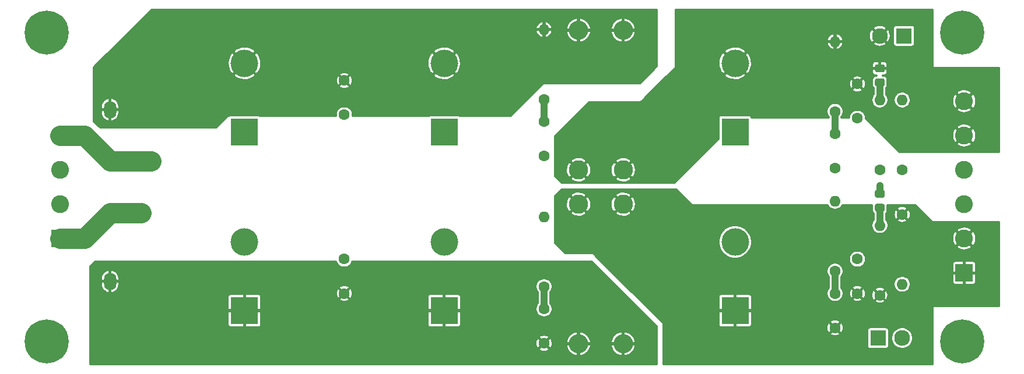
<source format=gbr>
%TF.GenerationSoftware,KiCad,Pcbnew,(5.1.6-0)*%
%TF.CreationDate,2023-07-07T17:58:43-07:00*%
%TF.ProjectId,psu_board_small,7073755f-626f-4617-9264-5f736d616c6c,rev?*%
%TF.SameCoordinates,Original*%
%TF.FileFunction,Copper,L1,Top*%
%TF.FilePolarity,Positive*%
%FSLAX46Y46*%
G04 Gerber Fmt 4.6, Leading zero omitted, Abs format (unit mm)*
G04 Created by KiCad (PCBNEW (5.1.6-0)) date 2023-07-07 17:58:43*
%MOMM*%
%LPD*%
G01*
G04 APERTURE LIST*
%TA.AperFunction,ComponentPad*%
%ADD10C,0.800000*%
%TD*%
%TA.AperFunction,ComponentPad*%
%ADD11C,6.400000*%
%TD*%
%TA.AperFunction,ComponentPad*%
%ADD12C,2.300000*%
%TD*%
%TA.AperFunction,ComponentPad*%
%ADD13R,2.300000X2.300000*%
%TD*%
%TA.AperFunction,ComponentPad*%
%ADD14C,1.800000*%
%TD*%
%TA.AperFunction,ComponentPad*%
%ADD15O,1.600000X1.600000*%
%TD*%
%TA.AperFunction,ComponentPad*%
%ADD16C,1.600000*%
%TD*%
%TA.AperFunction,ComponentPad*%
%ADD17C,2.600000*%
%TD*%
%TA.AperFunction,ComponentPad*%
%ADD18R,2.600000X2.600000*%
%TD*%
%TA.AperFunction,ComponentPad*%
%ADD19O,2.800000X2.800000*%
%TD*%
%TA.AperFunction,ComponentPad*%
%ADD20C,2.800000*%
%TD*%
%TA.AperFunction,ComponentPad*%
%ADD21O,1.800000X2.600000*%
%TD*%
%TA.AperFunction,ComponentPad*%
%ADD22C,4.000000*%
%TD*%
%TA.AperFunction,ComponentPad*%
%ADD23R,4.000000X4.000000*%
%TD*%
%TA.AperFunction,ViaPad*%
%ADD24C,0.800000*%
%TD*%
%TA.AperFunction,Conductor*%
%ADD25C,1.000000*%
%TD*%
%TA.AperFunction,Conductor*%
%ADD26C,3.000000*%
%TD*%
%TA.AperFunction,Conductor*%
%ADD27C,0.300000*%
%TD*%
G04 APERTURE END LIST*
D10*
%TO.P,H4,1*%
%TO.N,N/C*%
X160947056Y-113302944D03*
X159250000Y-112600000D03*
X157552944Y-113302944D03*
X156850000Y-115000000D03*
X157552944Y-116697056D03*
X159250000Y-117400000D03*
X160947056Y-116697056D03*
X161650000Y-115000000D03*
D11*
X159250000Y-115000000D03*
%TD*%
D10*
%TO.P,H3,1*%
%TO.N,N/C*%
X160947056Y-68302944D03*
X159250000Y-67600000D03*
X157552944Y-68302944D03*
X156850000Y-70000000D03*
X157552944Y-71697056D03*
X159250000Y-72400000D03*
X160947056Y-71697056D03*
X161650000Y-70000000D03*
D11*
X159250000Y-70000000D03*
%TD*%
D10*
%TO.P,H2,1*%
%TO.N,N/C*%
X27947056Y-68302944D03*
X26250000Y-67600000D03*
X24552944Y-68302944D03*
X23850000Y-70000000D03*
X24552944Y-71697056D03*
X26250000Y-72400000D03*
X27947056Y-71697056D03*
X28650000Y-70000000D03*
D11*
X26250000Y-70000000D03*
%TD*%
D10*
%TO.P,H1,1*%
%TO.N,N/C*%
X27947056Y-113302944D03*
X26250000Y-112600000D03*
X24552944Y-113302944D03*
X23850000Y-115000000D03*
X24552944Y-116697056D03*
X26250000Y-117400000D03*
X27947056Y-116697056D03*
X28650000Y-115000000D03*
D11*
X26250000Y-115000000D03*
%TD*%
D12*
%TO.P,J3,2*%
%TO.N,/OV-*%
X147250000Y-70500000D03*
D13*
%TO.P,J3,1*%
%TO.N,Net-(J3-Pad1)*%
X150750000Y-70500000D03*
%TD*%
D12*
%TO.P,J2,2*%
%TO.N,GND*%
X150500000Y-114500000D03*
D13*
%TO.P,J2,1*%
%TO.N,Net-(J2-Pad1)*%
X147000000Y-114500000D03*
%TD*%
D14*
%TO.P,RV1,2*%
%TO.N,/AC4*%
X41400000Y-88750000D03*
%TO.P,RV1,1*%
%TO.N,/AC1*%
X40000000Y-96250000D03*
%TD*%
D15*
%TO.P,R8,2*%
%TO.N,/OV-*%
X140750000Y-71340000D03*
D16*
%TO.P,R8,1*%
%TO.N,Net-(C14-Pad2)*%
X140750000Y-81500000D03*
%TD*%
D15*
%TO.P,R7,2*%
%TO.N,GND*%
X140750000Y-94590000D03*
D16*
%TO.P,R7,1*%
%TO.N,Net-(C13-Pad2)*%
X140750000Y-104750000D03*
%TD*%
D17*
%TO.P,J4,6*%
%TO.N,/OV-*%
X159500000Y-80000000D03*
%TO.P,J4,5*%
X159500000Y-85000000D03*
%TO.P,J4,4*%
%TO.N,GND*%
X159500000Y-90000000D03*
%TO.P,J4,3*%
X159500000Y-95000000D03*
%TO.P,J4,2*%
%TO.N,/OV+*%
X159500000Y-100000000D03*
D18*
%TO.P,J4,1*%
X159500000Y-105000000D03*
%TD*%
D17*
%TO.P,J1,4*%
%TO.N,/AC4*%
X28250000Y-85000000D03*
%TO.P,J1,3*%
%TO.N,GND*%
X28250000Y-90000000D03*
%TO.P,J1,2*%
X28250000Y-95000000D03*
D18*
%TO.P,J1,1*%
%TO.N,/AC1*%
X28250000Y-100000000D03*
%TD*%
D16*
%TO.P,C14,2*%
%TO.N,Net-(C14-Pad2)*%
X140750000Y-84750000D03*
%TO.P,C14,1*%
%TO.N,GND*%
X140750000Y-89750000D03*
%TD*%
%TO.P,C13,2*%
%TO.N,Net-(C13-Pad2)*%
X140750000Y-108000000D03*
%TO.P,C13,1*%
%TO.N,/OV+*%
X140750000Y-113000000D03*
%TD*%
%TO.P,C12,2*%
%TO.N,/OV-*%
X144000000Y-77500000D03*
%TO.P,C12,1*%
%TO.N,GND*%
X144000000Y-82500000D03*
%TD*%
%TO.P,C11,2*%
%TO.N,GND*%
X144000000Y-103000000D03*
%TO.P,C11,1*%
%TO.N,/OV+*%
X144000000Y-108000000D03*
%TD*%
D15*
%TO.P,R12,2*%
%TO.N,Net-(D3-Pad1)*%
X147250000Y-79840000D03*
D16*
%TO.P,R12,1*%
%TO.N,GND*%
X147250000Y-90000000D03*
%TD*%
D15*
%TO.P,R11,2*%
%TO.N,Net-(D2-Pad1)*%
X147250000Y-98090000D03*
D16*
%TO.P,R11,1*%
%TO.N,/OV+*%
X147250000Y-108250000D03*
%TD*%
D15*
%TO.P,R10,2*%
%TO.N,Net-(J3-Pad1)*%
X150500000Y-79840000D03*
D16*
%TO.P,R10,1*%
%TO.N,GND*%
X150500000Y-90000000D03*
%TD*%
D15*
%TO.P,R9,2*%
%TO.N,Net-(J2-Pad1)*%
X150500000Y-106660000D03*
D16*
%TO.P,R9,1*%
%TO.N,/OV+*%
X150500000Y-96500000D03*
%TD*%
D19*
%TO.P,R6,2*%
%TO.N,/RV-*%
X110000000Y-69680000D03*
D20*
%TO.P,R6,1*%
%TO.N,/OV-*%
X110000000Y-90000000D03*
%TD*%
D19*
%TO.P,R5,2*%
%TO.N,/RV-*%
X103500000Y-69680000D03*
D20*
%TO.P,R5,1*%
%TO.N,/OV-*%
X103500000Y-90000000D03*
%TD*%
D19*
%TO.P,R4,2*%
%TO.N,/RV+*%
X110000000Y-115320000D03*
D20*
%TO.P,R4,1*%
%TO.N,/OV+*%
X110000000Y-95000000D03*
%TD*%
D19*
%TO.P,R3,2*%
%TO.N,/RV+*%
X103500000Y-115320000D03*
D20*
%TO.P,R3,1*%
%TO.N,/OV+*%
X103500000Y-95000000D03*
%TD*%
D15*
%TO.P,R2,2*%
%TO.N,/RV-*%
X98500000Y-69590000D03*
D16*
%TO.P,R2,1*%
%TO.N,Net-(C8-Pad2)*%
X98500000Y-79750000D03*
%TD*%
D15*
%TO.P,R1,2*%
%TO.N,GND*%
X98500000Y-96840000D03*
D16*
%TO.P,R1,1*%
%TO.N,Net-(C7-Pad2)*%
X98500000Y-107000000D03*
%TD*%
%TO.P,D3,2*%
%TO.N,/OV-*%
%TA.AperFunction,SMDPad,CuDef*%
G36*
G01*
X147700001Y-75800000D02*
X146799999Y-75800000D01*
G75*
G02*
X146550000Y-75550001I0J249999D01*
G01*
X146550000Y-74899999D01*
G75*
G02*
X146799999Y-74650000I249999J0D01*
G01*
X147700001Y-74650000D01*
G75*
G02*
X147950000Y-74899999I0J-249999D01*
G01*
X147950000Y-75550001D01*
G75*
G02*
X147700001Y-75800000I-249999J0D01*
G01*
G37*
%TD.AperFunction*%
%TO.P,D3,1*%
%TO.N,Net-(D3-Pad1)*%
%TA.AperFunction,SMDPad,CuDef*%
G36*
G01*
X147700001Y-77850000D02*
X146799999Y-77850000D01*
G75*
G02*
X146550000Y-77600001I0J249999D01*
G01*
X146550000Y-76949999D01*
G75*
G02*
X146799999Y-76700000I249999J0D01*
G01*
X147700001Y-76700000D01*
G75*
G02*
X147950000Y-76949999I0J-249999D01*
G01*
X147950000Y-77600001D01*
G75*
G02*
X147700001Y-77850000I-249999J0D01*
G01*
G37*
%TD.AperFunction*%
%TD*%
%TO.P,D2,2*%
%TO.N,GND*%
%TA.AperFunction,SMDPad,CuDef*%
G36*
G01*
X147700001Y-94050000D02*
X146799999Y-94050000D01*
G75*
G02*
X146550000Y-93800001I0J249999D01*
G01*
X146550000Y-93149999D01*
G75*
G02*
X146799999Y-92900000I249999J0D01*
G01*
X147700001Y-92900000D01*
G75*
G02*
X147950000Y-93149999I0J-249999D01*
G01*
X147950000Y-93800001D01*
G75*
G02*
X147700001Y-94050000I-249999J0D01*
G01*
G37*
%TD.AperFunction*%
%TO.P,D2,1*%
%TO.N,Net-(D2-Pad1)*%
%TA.AperFunction,SMDPad,CuDef*%
G36*
G01*
X147700001Y-96100000D02*
X146799999Y-96100000D01*
G75*
G02*
X146550000Y-95850001I0J249999D01*
G01*
X146550000Y-95199999D01*
G75*
G02*
X146799999Y-94950000I249999J0D01*
G01*
X147700001Y-94950000D01*
G75*
G02*
X147950000Y-95199999I0J-249999D01*
G01*
X147950000Y-95850001D01*
G75*
G02*
X147700001Y-96100000I-249999J0D01*
G01*
G37*
%TD.AperFunction*%
%TD*%
D21*
%TO.P,D1,4*%
%TO.N,/RV-*%
X35500000Y-81250000D03*
%TO.P,D1,3*%
%TO.N,/AC4*%
X35500000Y-88750000D03*
%TO.P,D1,2*%
%TO.N,/AC1*%
X35500000Y-96250000D03*
%TO.P,D1,1*%
%TO.N,/RV+*%
X35500000Y-106250000D03*
%TD*%
D22*
%TO.P,C10,2*%
%TO.N,/OV-*%
X126250000Y-74500000D03*
D23*
%TO.P,C10,1*%
%TO.N,GND*%
X126250000Y-84500000D03*
%TD*%
D22*
%TO.P,C9,2*%
%TO.N,GND*%
X126250000Y-100500000D03*
D23*
%TO.P,C9,1*%
%TO.N,/OV+*%
X126250000Y-110500000D03*
%TD*%
D16*
%TO.P,C8,2*%
%TO.N,Net-(C8-Pad2)*%
X98500000Y-83000000D03*
%TO.P,C8,1*%
%TO.N,GND*%
X98500000Y-88000000D03*
%TD*%
%TO.P,C7,2*%
%TO.N,Net-(C7-Pad2)*%
X98500000Y-110250000D03*
%TO.P,C7,1*%
%TO.N,/RV+*%
X98500000Y-115250000D03*
%TD*%
%TO.P,C6,2*%
%TO.N,/RV-*%
X69500000Y-77000000D03*
%TO.P,C6,1*%
%TO.N,GND*%
X69500000Y-82000000D03*
%TD*%
%TO.P,C5,2*%
%TO.N,GND*%
X69500000Y-103000000D03*
%TO.P,C5,1*%
%TO.N,/RV+*%
X69500000Y-108000000D03*
%TD*%
D22*
%TO.P,C4,2*%
%TO.N,/RV-*%
X84000000Y-74500000D03*
D23*
%TO.P,C4,1*%
%TO.N,GND*%
X84000000Y-84500000D03*
%TD*%
D22*
%TO.P,C3,2*%
%TO.N,GND*%
X84000000Y-100500000D03*
D23*
%TO.P,C3,1*%
%TO.N,/RV+*%
X84000000Y-110500000D03*
%TD*%
D22*
%TO.P,C2,2*%
%TO.N,/RV-*%
X55000000Y-74500000D03*
D23*
%TO.P,C2,1*%
%TO.N,GND*%
X55000000Y-84500000D03*
%TD*%
D22*
%TO.P,C1,2*%
%TO.N,GND*%
X55000000Y-100500000D03*
D23*
%TO.P,C1,1*%
%TO.N,/RV+*%
X55000000Y-110500000D03*
%TD*%
D24*
%TO.N,GND*%
X147250000Y-92250000D03*
%TD*%
D25*
%TO.N,GND*%
X147250000Y-92250000D02*
X147250000Y-93475000D01*
%TO.N,Net-(D2-Pad1)*%
X147250000Y-95525000D02*
X147250000Y-98090000D01*
%TO.N,Net-(D3-Pad1)*%
X147250000Y-77275000D02*
X147250000Y-79840000D01*
%TO.N,Net-(C7-Pad2)*%
X98500000Y-107000000D02*
X98500000Y-110250000D01*
%TO.N,Net-(C8-Pad2)*%
X98500000Y-79750000D02*
X98500000Y-83000000D01*
%TO.N,Net-(C13-Pad2)*%
X140750000Y-104750000D02*
X140750000Y-108000000D01*
%TO.N,Net-(C14-Pad2)*%
X140750000Y-81500000D02*
X140750000Y-84750000D01*
D26*
%TO.N,/AC4*%
X41400000Y-88750000D02*
X35500000Y-88750000D01*
X31750000Y-85000000D02*
X35500000Y-88750000D01*
X28250000Y-85000000D02*
X31750000Y-85000000D01*
%TO.N,/AC1*%
X40000000Y-96250000D02*
X35500000Y-96250000D01*
X31750000Y-100000000D02*
X35500000Y-96250000D01*
X28250000Y-100000000D02*
X31750000Y-100000000D01*
%TD*%
D27*
%TO.N,/RV-*%
G36*
X114850000Y-74937868D02*
G01*
X112437868Y-77350000D01*
X98500000Y-77350000D01*
X98470736Y-77352882D01*
X98442597Y-77361418D01*
X98416664Y-77375280D01*
X98393934Y-77393934D01*
X93687868Y-82100000D01*
X86206262Y-82100000D01*
X86173041Y-82082243D01*
X86088215Y-82056511D01*
X86000000Y-82047823D01*
X82000000Y-82047823D01*
X81911785Y-82056511D01*
X81826959Y-82082243D01*
X81793738Y-82100000D01*
X70750000Y-82100000D01*
X70750000Y-81876886D01*
X70701963Y-81635389D01*
X70607735Y-81407903D01*
X70470938Y-81203172D01*
X70296828Y-81029062D01*
X70092097Y-80892265D01*
X69864611Y-80798037D01*
X69623114Y-80750000D01*
X69376886Y-80750000D01*
X69135389Y-80798037D01*
X68907903Y-80892265D01*
X68703172Y-81029062D01*
X68529062Y-81203172D01*
X68392265Y-81407903D01*
X68298037Y-81635389D01*
X68250000Y-81876886D01*
X68250000Y-82100000D01*
X57206262Y-82100000D01*
X57173041Y-82082243D01*
X57088215Y-82056511D01*
X57000000Y-82047823D01*
X53000000Y-82047823D01*
X52911785Y-82056511D01*
X52826959Y-82082243D01*
X52793738Y-82100000D01*
X52750000Y-82100000D01*
X52720736Y-82102882D01*
X52692597Y-82111418D01*
X52666664Y-82125280D01*
X52643934Y-82143934D01*
X50937868Y-83850000D01*
X34062132Y-83850000D01*
X33150000Y-82937868D01*
X33150000Y-81300000D01*
X34150000Y-81300000D01*
X34150000Y-81700000D01*
X34185694Y-81962411D01*
X34271896Y-82212816D01*
X34405294Y-82441593D01*
X34580761Y-82639949D01*
X34791553Y-82800262D01*
X35029571Y-82916371D01*
X35239574Y-82974643D01*
X35450000Y-82886489D01*
X35450000Y-81300000D01*
X35550000Y-81300000D01*
X35550000Y-82886489D01*
X35760426Y-82974643D01*
X35970429Y-82916371D01*
X36208447Y-82800262D01*
X36419239Y-82639949D01*
X36594706Y-82441593D01*
X36728104Y-82212816D01*
X36814306Y-81962411D01*
X36850000Y-81700000D01*
X36850000Y-81300000D01*
X35550000Y-81300000D01*
X35450000Y-81300000D01*
X34150000Y-81300000D01*
X33150000Y-81300000D01*
X33150000Y-80800000D01*
X34150000Y-80800000D01*
X34150000Y-81200000D01*
X35450000Y-81200000D01*
X35450000Y-79613511D01*
X35550000Y-79613511D01*
X35550000Y-81200000D01*
X36850000Y-81200000D01*
X36850000Y-80800000D01*
X36814306Y-80537589D01*
X36728104Y-80287184D01*
X36594706Y-80058407D01*
X36419239Y-79860051D01*
X36208447Y-79699738D01*
X35970429Y-79583629D01*
X35760426Y-79525357D01*
X35550000Y-79613511D01*
X35450000Y-79613511D01*
X35239574Y-79525357D01*
X35029571Y-79583629D01*
X34791553Y-79699738D01*
X34580761Y-79860051D01*
X34405294Y-80058407D01*
X34271896Y-80287184D01*
X34185694Y-80537589D01*
X34150000Y-80800000D01*
X33150000Y-80800000D01*
X33150000Y-77843192D01*
X68727518Y-77843192D01*
X68802750Y-78044748D01*
X69019967Y-78160701D01*
X69255632Y-78232049D01*
X69500689Y-78256049D01*
X69745718Y-78231780D01*
X69981305Y-78160174D01*
X70197250Y-78044748D01*
X70272482Y-77843192D01*
X69500000Y-77070711D01*
X68727518Y-77843192D01*
X33150000Y-77843192D01*
X33150000Y-77000689D01*
X68243951Y-77000689D01*
X68268220Y-77245718D01*
X68339826Y-77481305D01*
X68455252Y-77697250D01*
X68656808Y-77772482D01*
X69429289Y-77000000D01*
X69570711Y-77000000D01*
X70343192Y-77772482D01*
X70544748Y-77697250D01*
X70660701Y-77480033D01*
X70732049Y-77244368D01*
X70756049Y-76999311D01*
X70731780Y-76754282D01*
X70660174Y-76518695D01*
X70544748Y-76302750D01*
X70343192Y-76227518D01*
X69570711Y-77000000D01*
X69429289Y-77000000D01*
X68656808Y-76227518D01*
X68455252Y-76302750D01*
X68339299Y-76519967D01*
X68267951Y-76755632D01*
X68243951Y-77000689D01*
X33150000Y-77000689D01*
X33150000Y-76196224D01*
X53374487Y-76196224D01*
X53593707Y-76520661D01*
X54014940Y-76756189D01*
X54474029Y-76905013D01*
X54953330Y-76961413D01*
X55434424Y-76923223D01*
X55898825Y-76791910D01*
X56328683Y-76572520D01*
X56406293Y-76520661D01*
X56625513Y-76196224D01*
X56586097Y-76156808D01*
X68727518Y-76156808D01*
X69500000Y-76929289D01*
X70233065Y-76196224D01*
X82374487Y-76196224D01*
X82593707Y-76520661D01*
X83014940Y-76756189D01*
X83474029Y-76905013D01*
X83953330Y-76961413D01*
X84434424Y-76923223D01*
X84898825Y-76791910D01*
X85328683Y-76572520D01*
X85406293Y-76520661D01*
X85625513Y-76196224D01*
X84000000Y-74570711D01*
X82374487Y-76196224D01*
X70233065Y-76196224D01*
X70272482Y-76156808D01*
X70197250Y-75955252D01*
X69980033Y-75839299D01*
X69744368Y-75767951D01*
X69499311Y-75743951D01*
X69254282Y-75768220D01*
X69018695Y-75839826D01*
X68802750Y-75955252D01*
X68727518Y-76156808D01*
X56586097Y-76156808D01*
X55000000Y-74570711D01*
X53374487Y-76196224D01*
X33150000Y-76196224D01*
X33150000Y-75062132D01*
X33758802Y-74453330D01*
X52538587Y-74453330D01*
X52576777Y-74934424D01*
X52708090Y-75398825D01*
X52927480Y-75828683D01*
X52979339Y-75906293D01*
X53303776Y-76125513D01*
X54929289Y-74500000D01*
X55070711Y-74500000D01*
X56696224Y-76125513D01*
X57020661Y-75906293D01*
X57256189Y-75485060D01*
X57405013Y-75025971D01*
X57461413Y-74546670D01*
X57454004Y-74453330D01*
X81538587Y-74453330D01*
X81576777Y-74934424D01*
X81708090Y-75398825D01*
X81927480Y-75828683D01*
X81979339Y-75906293D01*
X82303776Y-76125513D01*
X83929289Y-74500000D01*
X84070711Y-74500000D01*
X85696224Y-76125513D01*
X86020661Y-75906293D01*
X86256189Y-75485060D01*
X86405013Y-75025971D01*
X86461413Y-74546670D01*
X86423223Y-74065576D01*
X86291910Y-73601175D01*
X86072520Y-73171317D01*
X86020661Y-73093707D01*
X85696224Y-72874487D01*
X84070711Y-74500000D01*
X83929289Y-74500000D01*
X82303776Y-72874487D01*
X81979339Y-73093707D01*
X81743811Y-73514940D01*
X81594987Y-73974029D01*
X81538587Y-74453330D01*
X57454004Y-74453330D01*
X57423223Y-74065576D01*
X57291910Y-73601175D01*
X57072520Y-73171317D01*
X57020661Y-73093707D01*
X56696224Y-72874487D01*
X55070711Y-74500000D01*
X54929289Y-74500000D01*
X53303776Y-72874487D01*
X52979339Y-73093707D01*
X52743811Y-73514940D01*
X52594987Y-73974029D01*
X52538587Y-74453330D01*
X33758802Y-74453330D01*
X35408356Y-72803776D01*
X53374487Y-72803776D01*
X55000000Y-74429289D01*
X56625513Y-72803776D01*
X82374487Y-72803776D01*
X84000000Y-74429289D01*
X85625513Y-72803776D01*
X85406293Y-72479339D01*
X84985060Y-72243811D01*
X84525971Y-72094987D01*
X84046670Y-72038587D01*
X83565576Y-72076777D01*
X83101175Y-72208090D01*
X82671317Y-72427480D01*
X82593707Y-72479339D01*
X82374487Y-72803776D01*
X56625513Y-72803776D01*
X56406293Y-72479339D01*
X55985060Y-72243811D01*
X55525971Y-72094987D01*
X55046670Y-72038587D01*
X54565576Y-72076777D01*
X54101175Y-72208090D01*
X53671317Y-72427480D01*
X53593707Y-72479339D01*
X53374487Y-72803776D01*
X35408356Y-72803776D01*
X38377361Y-69834771D01*
X97274197Y-69834771D01*
X97345503Y-70069210D01*
X97461176Y-70285233D01*
X97616770Y-70474539D01*
X97806306Y-70629852D01*
X98022500Y-70745205D01*
X98255229Y-70815801D01*
X98450000Y-70726401D01*
X98450000Y-69640000D01*
X98550000Y-69640000D01*
X98550000Y-70726401D01*
X98744771Y-70815801D01*
X98977500Y-70745205D01*
X99193694Y-70629852D01*
X99383230Y-70474539D01*
X99538824Y-70285233D01*
X99654497Y-70069210D01*
X99669865Y-70018683D01*
X101681264Y-70018683D01*
X101782284Y-70366993D01*
X101949315Y-70688902D01*
X102175938Y-70972040D01*
X102453444Y-71205525D01*
X102771168Y-71380385D01*
X103116901Y-71489901D01*
X103161318Y-71498734D01*
X103450000Y-71416780D01*
X103450000Y-69730000D01*
X103550000Y-69730000D01*
X103550000Y-71416780D01*
X103838682Y-71498734D01*
X103883099Y-71489901D01*
X104228832Y-71380385D01*
X104546556Y-71205525D01*
X104824062Y-70972040D01*
X105050685Y-70688902D01*
X105217716Y-70366993D01*
X105318736Y-70018683D01*
X108181264Y-70018683D01*
X108282284Y-70366993D01*
X108449315Y-70688902D01*
X108675938Y-70972040D01*
X108953444Y-71205525D01*
X109271168Y-71380385D01*
X109616901Y-71489901D01*
X109661318Y-71498734D01*
X109950000Y-71416780D01*
X109950000Y-69730000D01*
X110050000Y-69730000D01*
X110050000Y-71416780D01*
X110338682Y-71498734D01*
X110383099Y-71489901D01*
X110728832Y-71380385D01*
X111046556Y-71205525D01*
X111324062Y-70972040D01*
X111550685Y-70688902D01*
X111717716Y-70366993D01*
X111818736Y-70018683D01*
X111736826Y-69730000D01*
X110050000Y-69730000D01*
X109950000Y-69730000D01*
X108263174Y-69730000D01*
X108181264Y-70018683D01*
X105318736Y-70018683D01*
X105236826Y-69730000D01*
X103550000Y-69730000D01*
X103450000Y-69730000D01*
X101763174Y-69730000D01*
X101681264Y-70018683D01*
X99669865Y-70018683D01*
X99725803Y-69834771D01*
X99636502Y-69640000D01*
X98550000Y-69640000D01*
X98450000Y-69640000D01*
X97363498Y-69640000D01*
X97274197Y-69834771D01*
X38377361Y-69834771D01*
X38866903Y-69345229D01*
X97274197Y-69345229D01*
X97363498Y-69540000D01*
X98450000Y-69540000D01*
X98450000Y-68453599D01*
X98550000Y-68453599D01*
X98550000Y-69540000D01*
X99636502Y-69540000D01*
X99725803Y-69345229D01*
X99724614Y-69341317D01*
X101681264Y-69341317D01*
X101763174Y-69630000D01*
X103450000Y-69630000D01*
X103450000Y-67943220D01*
X103550000Y-67943220D01*
X103550000Y-69630000D01*
X105236826Y-69630000D01*
X105318736Y-69341317D01*
X108181264Y-69341317D01*
X108263174Y-69630000D01*
X109950000Y-69630000D01*
X109950000Y-67943220D01*
X110050000Y-67943220D01*
X110050000Y-69630000D01*
X111736826Y-69630000D01*
X111818736Y-69341317D01*
X111717716Y-68993007D01*
X111550685Y-68671098D01*
X111324062Y-68387960D01*
X111046556Y-68154475D01*
X110728832Y-67979615D01*
X110383099Y-67870099D01*
X110338682Y-67861266D01*
X110050000Y-67943220D01*
X109950000Y-67943220D01*
X109661318Y-67861266D01*
X109616901Y-67870099D01*
X109271168Y-67979615D01*
X108953444Y-68154475D01*
X108675938Y-68387960D01*
X108449315Y-68671098D01*
X108282284Y-68993007D01*
X108181264Y-69341317D01*
X105318736Y-69341317D01*
X105217716Y-68993007D01*
X105050685Y-68671098D01*
X104824062Y-68387960D01*
X104546556Y-68154475D01*
X104228832Y-67979615D01*
X103883099Y-67870099D01*
X103838682Y-67861266D01*
X103550000Y-67943220D01*
X103450000Y-67943220D01*
X103161318Y-67861266D01*
X103116901Y-67870099D01*
X102771168Y-67979615D01*
X102453444Y-68154475D01*
X102175938Y-68387960D01*
X101949315Y-68671098D01*
X101782284Y-68993007D01*
X101681264Y-69341317D01*
X99724614Y-69341317D01*
X99654497Y-69110790D01*
X99538824Y-68894767D01*
X99383230Y-68705461D01*
X99193694Y-68550148D01*
X98977500Y-68434795D01*
X98744771Y-68364199D01*
X98550000Y-68453599D01*
X98450000Y-68453599D01*
X98255229Y-68364199D01*
X98022500Y-68434795D01*
X97806306Y-68550148D01*
X97616770Y-68705461D01*
X97461176Y-68894767D01*
X97345503Y-69110790D01*
X97274197Y-69345229D01*
X38866903Y-69345229D01*
X41487132Y-66725000D01*
X114850000Y-66725000D01*
X114850000Y-74937868D01*
G37*
X114850000Y-74937868D02*
X112437868Y-77350000D01*
X98500000Y-77350000D01*
X98470736Y-77352882D01*
X98442597Y-77361418D01*
X98416664Y-77375280D01*
X98393934Y-77393934D01*
X93687868Y-82100000D01*
X86206262Y-82100000D01*
X86173041Y-82082243D01*
X86088215Y-82056511D01*
X86000000Y-82047823D01*
X82000000Y-82047823D01*
X81911785Y-82056511D01*
X81826959Y-82082243D01*
X81793738Y-82100000D01*
X70750000Y-82100000D01*
X70750000Y-81876886D01*
X70701963Y-81635389D01*
X70607735Y-81407903D01*
X70470938Y-81203172D01*
X70296828Y-81029062D01*
X70092097Y-80892265D01*
X69864611Y-80798037D01*
X69623114Y-80750000D01*
X69376886Y-80750000D01*
X69135389Y-80798037D01*
X68907903Y-80892265D01*
X68703172Y-81029062D01*
X68529062Y-81203172D01*
X68392265Y-81407903D01*
X68298037Y-81635389D01*
X68250000Y-81876886D01*
X68250000Y-82100000D01*
X57206262Y-82100000D01*
X57173041Y-82082243D01*
X57088215Y-82056511D01*
X57000000Y-82047823D01*
X53000000Y-82047823D01*
X52911785Y-82056511D01*
X52826959Y-82082243D01*
X52793738Y-82100000D01*
X52750000Y-82100000D01*
X52720736Y-82102882D01*
X52692597Y-82111418D01*
X52666664Y-82125280D01*
X52643934Y-82143934D01*
X50937868Y-83850000D01*
X34062132Y-83850000D01*
X33150000Y-82937868D01*
X33150000Y-81300000D01*
X34150000Y-81300000D01*
X34150000Y-81700000D01*
X34185694Y-81962411D01*
X34271896Y-82212816D01*
X34405294Y-82441593D01*
X34580761Y-82639949D01*
X34791553Y-82800262D01*
X35029571Y-82916371D01*
X35239574Y-82974643D01*
X35450000Y-82886489D01*
X35450000Y-81300000D01*
X35550000Y-81300000D01*
X35550000Y-82886489D01*
X35760426Y-82974643D01*
X35970429Y-82916371D01*
X36208447Y-82800262D01*
X36419239Y-82639949D01*
X36594706Y-82441593D01*
X36728104Y-82212816D01*
X36814306Y-81962411D01*
X36850000Y-81700000D01*
X36850000Y-81300000D01*
X35550000Y-81300000D01*
X35450000Y-81300000D01*
X34150000Y-81300000D01*
X33150000Y-81300000D01*
X33150000Y-80800000D01*
X34150000Y-80800000D01*
X34150000Y-81200000D01*
X35450000Y-81200000D01*
X35450000Y-79613511D01*
X35550000Y-79613511D01*
X35550000Y-81200000D01*
X36850000Y-81200000D01*
X36850000Y-80800000D01*
X36814306Y-80537589D01*
X36728104Y-80287184D01*
X36594706Y-80058407D01*
X36419239Y-79860051D01*
X36208447Y-79699738D01*
X35970429Y-79583629D01*
X35760426Y-79525357D01*
X35550000Y-79613511D01*
X35450000Y-79613511D01*
X35239574Y-79525357D01*
X35029571Y-79583629D01*
X34791553Y-79699738D01*
X34580761Y-79860051D01*
X34405294Y-80058407D01*
X34271896Y-80287184D01*
X34185694Y-80537589D01*
X34150000Y-80800000D01*
X33150000Y-80800000D01*
X33150000Y-77843192D01*
X68727518Y-77843192D01*
X68802750Y-78044748D01*
X69019967Y-78160701D01*
X69255632Y-78232049D01*
X69500689Y-78256049D01*
X69745718Y-78231780D01*
X69981305Y-78160174D01*
X70197250Y-78044748D01*
X70272482Y-77843192D01*
X69500000Y-77070711D01*
X68727518Y-77843192D01*
X33150000Y-77843192D01*
X33150000Y-77000689D01*
X68243951Y-77000689D01*
X68268220Y-77245718D01*
X68339826Y-77481305D01*
X68455252Y-77697250D01*
X68656808Y-77772482D01*
X69429289Y-77000000D01*
X69570711Y-77000000D01*
X70343192Y-77772482D01*
X70544748Y-77697250D01*
X70660701Y-77480033D01*
X70732049Y-77244368D01*
X70756049Y-76999311D01*
X70731780Y-76754282D01*
X70660174Y-76518695D01*
X70544748Y-76302750D01*
X70343192Y-76227518D01*
X69570711Y-77000000D01*
X69429289Y-77000000D01*
X68656808Y-76227518D01*
X68455252Y-76302750D01*
X68339299Y-76519967D01*
X68267951Y-76755632D01*
X68243951Y-77000689D01*
X33150000Y-77000689D01*
X33150000Y-76196224D01*
X53374487Y-76196224D01*
X53593707Y-76520661D01*
X54014940Y-76756189D01*
X54474029Y-76905013D01*
X54953330Y-76961413D01*
X55434424Y-76923223D01*
X55898825Y-76791910D01*
X56328683Y-76572520D01*
X56406293Y-76520661D01*
X56625513Y-76196224D01*
X56586097Y-76156808D01*
X68727518Y-76156808D01*
X69500000Y-76929289D01*
X70233065Y-76196224D01*
X82374487Y-76196224D01*
X82593707Y-76520661D01*
X83014940Y-76756189D01*
X83474029Y-76905013D01*
X83953330Y-76961413D01*
X84434424Y-76923223D01*
X84898825Y-76791910D01*
X85328683Y-76572520D01*
X85406293Y-76520661D01*
X85625513Y-76196224D01*
X84000000Y-74570711D01*
X82374487Y-76196224D01*
X70233065Y-76196224D01*
X70272482Y-76156808D01*
X70197250Y-75955252D01*
X69980033Y-75839299D01*
X69744368Y-75767951D01*
X69499311Y-75743951D01*
X69254282Y-75768220D01*
X69018695Y-75839826D01*
X68802750Y-75955252D01*
X68727518Y-76156808D01*
X56586097Y-76156808D01*
X55000000Y-74570711D01*
X53374487Y-76196224D01*
X33150000Y-76196224D01*
X33150000Y-75062132D01*
X33758802Y-74453330D01*
X52538587Y-74453330D01*
X52576777Y-74934424D01*
X52708090Y-75398825D01*
X52927480Y-75828683D01*
X52979339Y-75906293D01*
X53303776Y-76125513D01*
X54929289Y-74500000D01*
X55070711Y-74500000D01*
X56696224Y-76125513D01*
X57020661Y-75906293D01*
X57256189Y-75485060D01*
X57405013Y-75025971D01*
X57461413Y-74546670D01*
X57454004Y-74453330D01*
X81538587Y-74453330D01*
X81576777Y-74934424D01*
X81708090Y-75398825D01*
X81927480Y-75828683D01*
X81979339Y-75906293D01*
X82303776Y-76125513D01*
X83929289Y-74500000D01*
X84070711Y-74500000D01*
X85696224Y-76125513D01*
X86020661Y-75906293D01*
X86256189Y-75485060D01*
X86405013Y-75025971D01*
X86461413Y-74546670D01*
X86423223Y-74065576D01*
X86291910Y-73601175D01*
X86072520Y-73171317D01*
X86020661Y-73093707D01*
X85696224Y-72874487D01*
X84070711Y-74500000D01*
X83929289Y-74500000D01*
X82303776Y-72874487D01*
X81979339Y-73093707D01*
X81743811Y-73514940D01*
X81594987Y-73974029D01*
X81538587Y-74453330D01*
X57454004Y-74453330D01*
X57423223Y-74065576D01*
X57291910Y-73601175D01*
X57072520Y-73171317D01*
X57020661Y-73093707D01*
X56696224Y-72874487D01*
X55070711Y-74500000D01*
X54929289Y-74500000D01*
X53303776Y-72874487D01*
X52979339Y-73093707D01*
X52743811Y-73514940D01*
X52594987Y-73974029D01*
X52538587Y-74453330D01*
X33758802Y-74453330D01*
X35408356Y-72803776D01*
X53374487Y-72803776D01*
X55000000Y-74429289D01*
X56625513Y-72803776D01*
X82374487Y-72803776D01*
X84000000Y-74429289D01*
X85625513Y-72803776D01*
X85406293Y-72479339D01*
X84985060Y-72243811D01*
X84525971Y-72094987D01*
X84046670Y-72038587D01*
X83565576Y-72076777D01*
X83101175Y-72208090D01*
X82671317Y-72427480D01*
X82593707Y-72479339D01*
X82374487Y-72803776D01*
X56625513Y-72803776D01*
X56406293Y-72479339D01*
X55985060Y-72243811D01*
X55525971Y-72094987D01*
X55046670Y-72038587D01*
X54565576Y-72076777D01*
X54101175Y-72208090D01*
X53671317Y-72427480D01*
X53593707Y-72479339D01*
X53374487Y-72803776D01*
X35408356Y-72803776D01*
X38377361Y-69834771D01*
X97274197Y-69834771D01*
X97345503Y-70069210D01*
X97461176Y-70285233D01*
X97616770Y-70474539D01*
X97806306Y-70629852D01*
X98022500Y-70745205D01*
X98255229Y-70815801D01*
X98450000Y-70726401D01*
X98450000Y-69640000D01*
X98550000Y-69640000D01*
X98550000Y-70726401D01*
X98744771Y-70815801D01*
X98977500Y-70745205D01*
X99193694Y-70629852D01*
X99383230Y-70474539D01*
X99538824Y-70285233D01*
X99654497Y-70069210D01*
X99669865Y-70018683D01*
X101681264Y-70018683D01*
X101782284Y-70366993D01*
X101949315Y-70688902D01*
X102175938Y-70972040D01*
X102453444Y-71205525D01*
X102771168Y-71380385D01*
X103116901Y-71489901D01*
X103161318Y-71498734D01*
X103450000Y-71416780D01*
X103450000Y-69730000D01*
X103550000Y-69730000D01*
X103550000Y-71416780D01*
X103838682Y-71498734D01*
X103883099Y-71489901D01*
X104228832Y-71380385D01*
X104546556Y-71205525D01*
X104824062Y-70972040D01*
X105050685Y-70688902D01*
X105217716Y-70366993D01*
X105318736Y-70018683D01*
X108181264Y-70018683D01*
X108282284Y-70366993D01*
X108449315Y-70688902D01*
X108675938Y-70972040D01*
X108953444Y-71205525D01*
X109271168Y-71380385D01*
X109616901Y-71489901D01*
X109661318Y-71498734D01*
X109950000Y-71416780D01*
X109950000Y-69730000D01*
X110050000Y-69730000D01*
X110050000Y-71416780D01*
X110338682Y-71498734D01*
X110383099Y-71489901D01*
X110728832Y-71380385D01*
X111046556Y-71205525D01*
X111324062Y-70972040D01*
X111550685Y-70688902D01*
X111717716Y-70366993D01*
X111818736Y-70018683D01*
X111736826Y-69730000D01*
X110050000Y-69730000D01*
X109950000Y-69730000D01*
X108263174Y-69730000D01*
X108181264Y-70018683D01*
X105318736Y-70018683D01*
X105236826Y-69730000D01*
X103550000Y-69730000D01*
X103450000Y-69730000D01*
X101763174Y-69730000D01*
X101681264Y-70018683D01*
X99669865Y-70018683D01*
X99725803Y-69834771D01*
X99636502Y-69640000D01*
X98550000Y-69640000D01*
X98450000Y-69640000D01*
X97363498Y-69640000D01*
X97274197Y-69834771D01*
X38377361Y-69834771D01*
X38866903Y-69345229D01*
X97274197Y-69345229D01*
X97363498Y-69540000D01*
X98450000Y-69540000D01*
X98450000Y-68453599D01*
X98550000Y-68453599D01*
X98550000Y-69540000D01*
X99636502Y-69540000D01*
X99725803Y-69345229D01*
X99724614Y-69341317D01*
X101681264Y-69341317D01*
X101763174Y-69630000D01*
X103450000Y-69630000D01*
X103450000Y-67943220D01*
X103550000Y-67943220D01*
X103550000Y-69630000D01*
X105236826Y-69630000D01*
X105318736Y-69341317D01*
X108181264Y-69341317D01*
X108263174Y-69630000D01*
X109950000Y-69630000D01*
X109950000Y-67943220D01*
X110050000Y-67943220D01*
X110050000Y-69630000D01*
X111736826Y-69630000D01*
X111818736Y-69341317D01*
X111717716Y-68993007D01*
X111550685Y-68671098D01*
X111324062Y-68387960D01*
X111046556Y-68154475D01*
X110728832Y-67979615D01*
X110383099Y-67870099D01*
X110338682Y-67861266D01*
X110050000Y-67943220D01*
X109950000Y-67943220D01*
X109661318Y-67861266D01*
X109616901Y-67870099D01*
X109271168Y-67979615D01*
X108953444Y-68154475D01*
X108675938Y-68387960D01*
X108449315Y-68671098D01*
X108282284Y-68993007D01*
X108181264Y-69341317D01*
X105318736Y-69341317D01*
X105217716Y-68993007D01*
X105050685Y-68671098D01*
X104824062Y-68387960D01*
X104546556Y-68154475D01*
X104228832Y-67979615D01*
X103883099Y-67870099D01*
X103838682Y-67861266D01*
X103550000Y-67943220D01*
X103450000Y-67943220D01*
X103161318Y-67861266D01*
X103116901Y-67870099D01*
X102771168Y-67979615D01*
X102453444Y-68154475D01*
X102175938Y-68387960D01*
X101949315Y-68671098D01*
X101782284Y-68993007D01*
X101681264Y-69341317D01*
X99724614Y-69341317D01*
X99654497Y-69110790D01*
X99538824Y-68894767D01*
X99383230Y-68705461D01*
X99193694Y-68550148D01*
X98977500Y-68434795D01*
X98744771Y-68364199D01*
X98550000Y-68453599D01*
X98450000Y-68453599D01*
X98255229Y-68364199D01*
X98022500Y-68434795D01*
X97806306Y-68550148D01*
X97616770Y-68705461D01*
X97461176Y-68894767D01*
X97345503Y-69110790D01*
X97274197Y-69345229D01*
X38866903Y-69345229D01*
X41487132Y-66725000D01*
X114850000Y-66725000D01*
X114850000Y-74937868D01*
%TO.N,/OV-*%
G36*
X154850000Y-75000000D02*
G01*
X154852882Y-75029264D01*
X154861418Y-75057403D01*
X154875280Y-75083336D01*
X154893934Y-75106066D01*
X154916664Y-75124720D01*
X154942597Y-75138582D01*
X154970736Y-75147118D01*
X155000000Y-75150000D01*
X164525000Y-75150000D01*
X164525000Y-87350000D01*
X150062132Y-87350000D01*
X148910825Y-86198693D01*
X158372018Y-86198693D01*
X158507267Y-86451444D01*
X158809505Y-86617227D01*
X159138278Y-86720862D01*
X159480952Y-86758364D01*
X159824358Y-86728293D01*
X160155299Y-86631805D01*
X160461057Y-86472608D01*
X160492733Y-86451444D01*
X160627982Y-86198693D01*
X159500000Y-85070711D01*
X158372018Y-86198693D01*
X148910825Y-86198693D01*
X147693084Y-84980952D01*
X157741636Y-84980952D01*
X157771707Y-85324358D01*
X157868195Y-85655299D01*
X158027392Y-85961057D01*
X158048556Y-85992733D01*
X158301307Y-86127982D01*
X159429289Y-85000000D01*
X159570711Y-85000000D01*
X160698693Y-86127982D01*
X160951444Y-85992733D01*
X161117227Y-85690495D01*
X161220862Y-85361722D01*
X161258364Y-85019048D01*
X161228293Y-84675642D01*
X161131805Y-84344701D01*
X160972608Y-84038943D01*
X160951444Y-84007267D01*
X160698693Y-83872018D01*
X159570711Y-85000000D01*
X159429289Y-85000000D01*
X158301307Y-83872018D01*
X158048556Y-84007267D01*
X157882773Y-84309505D01*
X157779138Y-84638278D01*
X157741636Y-84980952D01*
X147693084Y-84980952D01*
X146513439Y-83801307D01*
X158372018Y-83801307D01*
X159500000Y-84929289D01*
X160627982Y-83801307D01*
X160492733Y-83548556D01*
X160190495Y-83382773D01*
X159861722Y-83279138D01*
X159519048Y-83241636D01*
X159175642Y-83271707D01*
X158844701Y-83368195D01*
X158538943Y-83527392D01*
X158507267Y-83548556D01*
X158372018Y-83801307D01*
X146513439Y-83801307D01*
X145250000Y-82537868D01*
X145250000Y-82376886D01*
X145201963Y-82135389D01*
X145107735Y-81907903D01*
X144970938Y-81703172D01*
X144796828Y-81529062D01*
X144592097Y-81392265D01*
X144364611Y-81298037D01*
X144123114Y-81250000D01*
X143876886Y-81250000D01*
X143635389Y-81298037D01*
X143407903Y-81392265D01*
X143203172Y-81529062D01*
X143029062Y-81703172D01*
X142892265Y-81907903D01*
X142798037Y-82135389D01*
X142755348Y-82350000D01*
X141700000Y-82350000D01*
X141700000Y-82317766D01*
X141720938Y-82296828D01*
X141857735Y-82092097D01*
X141951963Y-81864611D01*
X142000000Y-81623114D01*
X142000000Y-81376886D01*
X141964556Y-81198693D01*
X158372018Y-81198693D01*
X158507267Y-81451444D01*
X158809505Y-81617227D01*
X159138278Y-81720862D01*
X159480952Y-81758364D01*
X159824358Y-81728293D01*
X160155299Y-81631805D01*
X160461057Y-81472608D01*
X160492733Y-81451444D01*
X160627982Y-81198693D01*
X159500000Y-80070711D01*
X158372018Y-81198693D01*
X141964556Y-81198693D01*
X141951963Y-81135389D01*
X141857735Y-80907903D01*
X141720938Y-80703172D01*
X141546828Y-80529062D01*
X141342097Y-80392265D01*
X141114611Y-80298037D01*
X140873114Y-80250000D01*
X140626886Y-80250000D01*
X140385389Y-80298037D01*
X140157903Y-80392265D01*
X139953172Y-80529062D01*
X139779062Y-80703172D01*
X139642265Y-80907903D01*
X139548037Y-81135389D01*
X139500000Y-81376886D01*
X139500000Y-81623114D01*
X139548037Y-81864611D01*
X139642265Y-82092097D01*
X139779062Y-82296828D01*
X139800000Y-82317766D01*
X139800000Y-82350000D01*
X128674746Y-82350000D01*
X128667757Y-82326959D01*
X128625971Y-82248784D01*
X128569737Y-82180263D01*
X128501216Y-82124029D01*
X128423041Y-82082243D01*
X128338215Y-82056511D01*
X128250000Y-82047823D01*
X124250000Y-82047823D01*
X124161785Y-82056511D01*
X124076959Y-82082243D01*
X123998784Y-82124029D01*
X123930263Y-82180263D01*
X123874029Y-82248784D01*
X123832243Y-82326959D01*
X123806511Y-82411785D01*
X123797823Y-82500000D01*
X123797823Y-85490045D01*
X117437868Y-91850000D01*
X110079406Y-91850000D01*
X110340082Y-91827578D01*
X110690090Y-91726115D01*
X111013579Y-91558318D01*
X111051818Y-91532768D01*
X111199066Y-91269776D01*
X110000000Y-90070711D01*
X108800934Y-91269776D01*
X108948182Y-91532768D01*
X109267420Y-91708516D01*
X109614811Y-91818606D01*
X109897651Y-91850000D01*
X103579406Y-91850000D01*
X103840082Y-91827578D01*
X104190090Y-91726115D01*
X104513579Y-91558318D01*
X104551818Y-91532768D01*
X104699066Y-91269776D01*
X103500000Y-90070711D01*
X102300934Y-91269776D01*
X102448182Y-91532768D01*
X102767420Y-91708516D01*
X103114811Y-91818606D01*
X103397651Y-91850000D01*
X101062132Y-91850000D01*
X100150000Y-90937868D01*
X100150000Y-89977005D01*
X101641192Y-89977005D01*
X101672422Y-90340082D01*
X101773885Y-90690090D01*
X101941682Y-91013579D01*
X101967232Y-91051818D01*
X102230224Y-91199066D01*
X103429289Y-90000000D01*
X103570711Y-90000000D01*
X104769776Y-91199066D01*
X105032768Y-91051818D01*
X105208516Y-90732580D01*
X105318606Y-90385189D01*
X105358808Y-90022995D01*
X105354853Y-89977005D01*
X108141192Y-89977005D01*
X108172422Y-90340082D01*
X108273885Y-90690090D01*
X108441682Y-91013579D01*
X108467232Y-91051818D01*
X108730224Y-91199066D01*
X109929289Y-90000000D01*
X110070711Y-90000000D01*
X111269776Y-91199066D01*
X111532768Y-91051818D01*
X111708516Y-90732580D01*
X111818606Y-90385189D01*
X111858808Y-90022995D01*
X111827578Y-89659918D01*
X111726115Y-89309910D01*
X111558318Y-88986421D01*
X111532768Y-88948182D01*
X111269776Y-88800934D01*
X110070711Y-90000000D01*
X109929289Y-90000000D01*
X108730224Y-88800934D01*
X108467232Y-88948182D01*
X108291484Y-89267420D01*
X108181394Y-89614811D01*
X108141192Y-89977005D01*
X105354853Y-89977005D01*
X105327578Y-89659918D01*
X105226115Y-89309910D01*
X105058318Y-88986421D01*
X105032768Y-88948182D01*
X104769776Y-88800934D01*
X103570711Y-90000000D01*
X103429289Y-90000000D01*
X102230224Y-88800934D01*
X101967232Y-88948182D01*
X101791484Y-89267420D01*
X101681394Y-89614811D01*
X101641192Y-89977005D01*
X100150000Y-89977005D01*
X100150000Y-88730224D01*
X102300934Y-88730224D01*
X103500000Y-89929289D01*
X104699066Y-88730224D01*
X108800934Y-88730224D01*
X110000000Y-89929289D01*
X111199066Y-88730224D01*
X111051818Y-88467232D01*
X110732580Y-88291484D01*
X110385189Y-88181394D01*
X110022995Y-88141192D01*
X109659918Y-88172422D01*
X109309910Y-88273885D01*
X108986421Y-88441682D01*
X108948182Y-88467232D01*
X108800934Y-88730224D01*
X104699066Y-88730224D01*
X104551818Y-88467232D01*
X104232580Y-88291484D01*
X103885189Y-88181394D01*
X103522995Y-88141192D01*
X103159918Y-88172422D01*
X102809910Y-88273885D01*
X102486421Y-88441682D01*
X102448182Y-88467232D01*
X102300934Y-88730224D01*
X100150000Y-88730224D01*
X100150000Y-85062132D01*
X105062132Y-80150000D01*
X112500000Y-80150000D01*
X112529264Y-80147118D01*
X112557403Y-80138582D01*
X112583336Y-80124720D01*
X112606066Y-80106066D01*
X112995246Y-79716886D01*
X146000000Y-79716886D01*
X146000000Y-79963114D01*
X146048037Y-80204611D01*
X146142265Y-80432097D01*
X146279062Y-80636828D01*
X146453172Y-80810938D01*
X146657903Y-80947735D01*
X146885389Y-81041963D01*
X147126886Y-81090000D01*
X147373114Y-81090000D01*
X147614611Y-81041963D01*
X147842097Y-80947735D01*
X148046828Y-80810938D01*
X148220938Y-80636828D01*
X148357735Y-80432097D01*
X148451963Y-80204611D01*
X148500000Y-79963114D01*
X148500000Y-79716886D01*
X149250000Y-79716886D01*
X149250000Y-79963114D01*
X149298037Y-80204611D01*
X149392265Y-80432097D01*
X149529062Y-80636828D01*
X149703172Y-80810938D01*
X149907903Y-80947735D01*
X150135389Y-81041963D01*
X150376886Y-81090000D01*
X150623114Y-81090000D01*
X150864611Y-81041963D01*
X151092097Y-80947735D01*
X151296828Y-80810938D01*
X151470938Y-80636828D01*
X151607735Y-80432097D01*
X151701963Y-80204611D01*
X151746451Y-79980952D01*
X157741636Y-79980952D01*
X157771707Y-80324358D01*
X157868195Y-80655299D01*
X158027392Y-80961057D01*
X158048556Y-80992733D01*
X158301307Y-81127982D01*
X159429289Y-80000000D01*
X159570711Y-80000000D01*
X160698693Y-81127982D01*
X160951444Y-80992733D01*
X161117227Y-80690495D01*
X161220862Y-80361722D01*
X161258364Y-80019048D01*
X161228293Y-79675642D01*
X161131805Y-79344701D01*
X160972608Y-79038943D01*
X160951444Y-79007267D01*
X160698693Y-78872018D01*
X159570711Y-80000000D01*
X159429289Y-80000000D01*
X158301307Y-78872018D01*
X158048556Y-79007267D01*
X157882773Y-79309505D01*
X157779138Y-79638278D01*
X157741636Y-79980952D01*
X151746451Y-79980952D01*
X151750000Y-79963114D01*
X151750000Y-79716886D01*
X151701963Y-79475389D01*
X151607735Y-79247903D01*
X151470938Y-79043172D01*
X151296828Y-78869062D01*
X151195426Y-78801307D01*
X158372018Y-78801307D01*
X159500000Y-79929289D01*
X160627982Y-78801307D01*
X160492733Y-78548556D01*
X160190495Y-78382773D01*
X159861722Y-78279138D01*
X159519048Y-78241636D01*
X159175642Y-78271707D01*
X158844701Y-78368195D01*
X158538943Y-78527392D01*
X158507267Y-78548556D01*
X158372018Y-78801307D01*
X151195426Y-78801307D01*
X151092097Y-78732265D01*
X150864611Y-78638037D01*
X150623114Y-78590000D01*
X150376886Y-78590000D01*
X150135389Y-78638037D01*
X149907903Y-78732265D01*
X149703172Y-78869062D01*
X149529062Y-79043172D01*
X149392265Y-79247903D01*
X149298037Y-79475389D01*
X149250000Y-79716886D01*
X148500000Y-79716886D01*
X148451963Y-79475389D01*
X148357735Y-79247903D01*
X148220938Y-79043172D01*
X148200000Y-79022234D01*
X148200000Y-78092266D01*
X148283839Y-77990109D01*
X148348727Y-77868712D01*
X148388685Y-77736989D01*
X148402177Y-77600001D01*
X148402177Y-76949999D01*
X148388685Y-76813011D01*
X148348727Y-76681288D01*
X148283839Y-76559891D01*
X148196514Y-76453486D01*
X148090109Y-76366161D01*
X147968712Y-76301273D01*
X147836989Y-76261315D01*
X147735383Y-76251308D01*
X147950000Y-76252177D01*
X148038215Y-76243489D01*
X148123041Y-76217757D01*
X148201216Y-76175971D01*
X148269737Y-76119737D01*
X148325971Y-76051216D01*
X148367757Y-75973041D01*
X148393489Y-75888215D01*
X148402177Y-75800000D01*
X148400000Y-75387500D01*
X148287500Y-75275000D01*
X147300000Y-75275000D01*
X147300000Y-75295000D01*
X147200000Y-75295000D01*
X147200000Y-75275000D01*
X146212500Y-75275000D01*
X146100000Y-75387500D01*
X146097823Y-75800000D01*
X146106511Y-75888215D01*
X146132243Y-75973041D01*
X146174029Y-76051216D01*
X146230263Y-76119737D01*
X146298784Y-76175971D01*
X146376959Y-76217757D01*
X146461785Y-76243489D01*
X146550000Y-76252177D01*
X146764617Y-76251308D01*
X146663011Y-76261315D01*
X146531288Y-76301273D01*
X146409891Y-76366161D01*
X146303486Y-76453486D01*
X146216161Y-76559891D01*
X146151273Y-76681288D01*
X146111315Y-76813011D01*
X146097823Y-76949999D01*
X146097823Y-77600001D01*
X146111315Y-77736989D01*
X146151273Y-77868712D01*
X146216161Y-77990109D01*
X146300000Y-78092267D01*
X146300001Y-79022233D01*
X146279062Y-79043172D01*
X146142265Y-79247903D01*
X146048037Y-79475389D01*
X146000000Y-79716886D01*
X112995246Y-79716886D01*
X114368940Y-78343192D01*
X143227518Y-78343192D01*
X143302750Y-78544748D01*
X143519967Y-78660701D01*
X143755632Y-78732049D01*
X144000689Y-78756049D01*
X144245718Y-78731780D01*
X144481305Y-78660174D01*
X144697250Y-78544748D01*
X144772482Y-78343192D01*
X144000000Y-77570711D01*
X143227518Y-78343192D01*
X114368940Y-78343192D01*
X115211443Y-77500689D01*
X142743951Y-77500689D01*
X142768220Y-77745718D01*
X142839826Y-77981305D01*
X142955252Y-78197250D01*
X143156808Y-78272482D01*
X143929289Y-77500000D01*
X144070711Y-77500000D01*
X144843192Y-78272482D01*
X145044748Y-78197250D01*
X145160701Y-77980033D01*
X145232049Y-77744368D01*
X145256049Y-77499311D01*
X145231780Y-77254282D01*
X145160174Y-77018695D01*
X145044748Y-76802750D01*
X144843192Y-76727518D01*
X144070711Y-77500000D01*
X143929289Y-77500000D01*
X143156808Y-76727518D01*
X142955252Y-76802750D01*
X142839299Y-77019967D01*
X142767951Y-77255632D01*
X142743951Y-77500689D01*
X115211443Y-77500689D01*
X116515908Y-76196224D01*
X124624487Y-76196224D01*
X124843707Y-76520661D01*
X125264940Y-76756189D01*
X125724029Y-76905013D01*
X126203330Y-76961413D01*
X126684424Y-76923223D01*
X127148825Y-76791910D01*
X127413534Y-76656808D01*
X143227518Y-76656808D01*
X144000000Y-77429289D01*
X144772482Y-76656808D01*
X144697250Y-76455252D01*
X144480033Y-76339299D01*
X144244368Y-76267951D01*
X143999311Y-76243951D01*
X143754282Y-76268220D01*
X143518695Y-76339826D01*
X143302750Y-76455252D01*
X143227518Y-76656808D01*
X127413534Y-76656808D01*
X127578683Y-76572520D01*
X127656293Y-76520661D01*
X127875513Y-76196224D01*
X126250000Y-74570711D01*
X124624487Y-76196224D01*
X116515908Y-76196224D01*
X117606066Y-75106066D01*
X117624720Y-75083336D01*
X117638582Y-75057403D01*
X117647118Y-75029264D01*
X117650000Y-75000000D01*
X117650000Y-74453330D01*
X123788587Y-74453330D01*
X123826777Y-74934424D01*
X123958090Y-75398825D01*
X124177480Y-75828683D01*
X124229339Y-75906293D01*
X124553776Y-76125513D01*
X126179289Y-74500000D01*
X126320711Y-74500000D01*
X127946224Y-76125513D01*
X128270661Y-75906293D01*
X128506189Y-75485060D01*
X128655013Y-75025971D01*
X128699254Y-74650000D01*
X146097823Y-74650000D01*
X146100000Y-75062500D01*
X146212500Y-75175000D01*
X147200000Y-75175000D01*
X147200000Y-74312500D01*
X147300000Y-74312500D01*
X147300000Y-75175000D01*
X148287500Y-75175000D01*
X148400000Y-75062500D01*
X148402177Y-74650000D01*
X148393489Y-74561785D01*
X148367757Y-74476959D01*
X148325971Y-74398784D01*
X148269737Y-74330263D01*
X148201216Y-74274029D01*
X148123041Y-74232243D01*
X148038215Y-74206511D01*
X147950000Y-74197823D01*
X147412500Y-74200000D01*
X147300000Y-74312500D01*
X147200000Y-74312500D01*
X147087500Y-74200000D01*
X146550000Y-74197823D01*
X146461785Y-74206511D01*
X146376959Y-74232243D01*
X146298784Y-74274029D01*
X146230263Y-74330263D01*
X146174029Y-74398784D01*
X146132243Y-74476959D01*
X146106511Y-74561785D01*
X146097823Y-74650000D01*
X128699254Y-74650000D01*
X128711413Y-74546670D01*
X128673223Y-74065576D01*
X128541910Y-73601175D01*
X128322520Y-73171317D01*
X128270661Y-73093707D01*
X127946224Y-72874487D01*
X126320711Y-74500000D01*
X126179289Y-74500000D01*
X124553776Y-72874487D01*
X124229339Y-73093707D01*
X123993811Y-73514940D01*
X123844987Y-73974029D01*
X123788587Y-74453330D01*
X117650000Y-74453330D01*
X117650000Y-72803776D01*
X124624487Y-72803776D01*
X126250000Y-74429289D01*
X127875513Y-72803776D01*
X127656293Y-72479339D01*
X127235060Y-72243811D01*
X126775971Y-72094987D01*
X126296670Y-72038587D01*
X125815576Y-72076777D01*
X125351175Y-72208090D01*
X124921317Y-72427480D01*
X124843707Y-72479339D01*
X124624487Y-72803776D01*
X117650000Y-72803776D01*
X117650000Y-71584771D01*
X139524197Y-71584771D01*
X139595503Y-71819210D01*
X139711176Y-72035233D01*
X139866770Y-72224539D01*
X140056306Y-72379852D01*
X140272500Y-72495205D01*
X140505229Y-72565801D01*
X140700000Y-72476401D01*
X140700000Y-71390000D01*
X140800000Y-71390000D01*
X140800000Y-72476401D01*
X140994771Y-72565801D01*
X141227500Y-72495205D01*
X141443694Y-72379852D01*
X141633230Y-72224539D01*
X141788824Y-72035233D01*
X141904497Y-71819210D01*
X141973586Y-71592060D01*
X146228651Y-71592060D01*
X146345901Y-71829451D01*
X146622636Y-71980286D01*
X146923480Y-72074235D01*
X147236872Y-72107688D01*
X147550769Y-72079358D01*
X147853107Y-71990334D01*
X148132268Y-71844037D01*
X148154099Y-71829451D01*
X148271349Y-71592060D01*
X147250000Y-70570711D01*
X146228651Y-71592060D01*
X141973586Y-71592060D01*
X141975803Y-71584771D01*
X141886502Y-71390000D01*
X140800000Y-71390000D01*
X140700000Y-71390000D01*
X139613498Y-71390000D01*
X139524197Y-71584771D01*
X117650000Y-71584771D01*
X117650000Y-71095229D01*
X139524197Y-71095229D01*
X139613498Y-71290000D01*
X140700000Y-71290000D01*
X140700000Y-70203599D01*
X140800000Y-70203599D01*
X140800000Y-71290000D01*
X141886502Y-71290000D01*
X141975803Y-71095229D01*
X141904497Y-70860790D01*
X141788824Y-70644767D01*
X141659048Y-70486872D01*
X145642312Y-70486872D01*
X145670642Y-70800769D01*
X145759666Y-71103107D01*
X145905963Y-71382268D01*
X145920549Y-71404099D01*
X146157940Y-71521349D01*
X147179289Y-70500000D01*
X147320711Y-70500000D01*
X148342060Y-71521349D01*
X148579451Y-71404099D01*
X148730286Y-71127364D01*
X148824235Y-70826520D01*
X148857688Y-70513128D01*
X148829358Y-70199231D01*
X148740334Y-69896893D01*
X148594037Y-69617732D01*
X148579451Y-69595901D01*
X148342060Y-69478651D01*
X147320711Y-70500000D01*
X147179289Y-70500000D01*
X146157940Y-69478651D01*
X145920549Y-69595901D01*
X145769714Y-69872636D01*
X145675765Y-70173480D01*
X145642312Y-70486872D01*
X141659048Y-70486872D01*
X141633230Y-70455461D01*
X141443694Y-70300148D01*
X141227500Y-70184795D01*
X140994771Y-70114199D01*
X140800000Y-70203599D01*
X140700000Y-70203599D01*
X140505229Y-70114199D01*
X140272500Y-70184795D01*
X140056306Y-70300148D01*
X139866770Y-70455461D01*
X139711176Y-70644767D01*
X139595503Y-70860790D01*
X139524197Y-71095229D01*
X117650000Y-71095229D01*
X117650000Y-69407940D01*
X146228651Y-69407940D01*
X147250000Y-70429289D01*
X148271349Y-69407940D01*
X148242732Y-69350000D01*
X149147823Y-69350000D01*
X149147823Y-71650000D01*
X149156511Y-71738215D01*
X149182243Y-71823041D01*
X149224029Y-71901216D01*
X149280263Y-71969737D01*
X149348784Y-72025971D01*
X149426959Y-72067757D01*
X149511785Y-72093489D01*
X149600000Y-72102177D01*
X151900000Y-72102177D01*
X151988215Y-72093489D01*
X152073041Y-72067757D01*
X152151216Y-72025971D01*
X152219737Y-71969737D01*
X152275971Y-71901216D01*
X152317757Y-71823041D01*
X152343489Y-71738215D01*
X152352177Y-71650000D01*
X152352177Y-69350000D01*
X152343489Y-69261785D01*
X152317757Y-69176959D01*
X152275971Y-69098784D01*
X152219737Y-69030263D01*
X152151216Y-68974029D01*
X152073041Y-68932243D01*
X151988215Y-68906511D01*
X151900000Y-68897823D01*
X149600000Y-68897823D01*
X149511785Y-68906511D01*
X149426959Y-68932243D01*
X149348784Y-68974029D01*
X149280263Y-69030263D01*
X149224029Y-69098784D01*
X149182243Y-69176959D01*
X149156511Y-69261785D01*
X149147823Y-69350000D01*
X148242732Y-69350000D01*
X148154099Y-69170549D01*
X147877364Y-69019714D01*
X147576520Y-68925765D01*
X147263128Y-68892312D01*
X146949231Y-68920642D01*
X146646893Y-69009666D01*
X146367732Y-69155963D01*
X146345901Y-69170549D01*
X146228651Y-69407940D01*
X117650000Y-69407940D01*
X117650000Y-66725000D01*
X154850000Y-66725000D01*
X154850000Y-75000000D01*
G37*
X154850000Y-75000000D02*
X154852882Y-75029264D01*
X154861418Y-75057403D01*
X154875280Y-75083336D01*
X154893934Y-75106066D01*
X154916664Y-75124720D01*
X154942597Y-75138582D01*
X154970736Y-75147118D01*
X155000000Y-75150000D01*
X164525000Y-75150000D01*
X164525000Y-87350000D01*
X150062132Y-87350000D01*
X148910825Y-86198693D01*
X158372018Y-86198693D01*
X158507267Y-86451444D01*
X158809505Y-86617227D01*
X159138278Y-86720862D01*
X159480952Y-86758364D01*
X159824358Y-86728293D01*
X160155299Y-86631805D01*
X160461057Y-86472608D01*
X160492733Y-86451444D01*
X160627982Y-86198693D01*
X159500000Y-85070711D01*
X158372018Y-86198693D01*
X148910825Y-86198693D01*
X147693084Y-84980952D01*
X157741636Y-84980952D01*
X157771707Y-85324358D01*
X157868195Y-85655299D01*
X158027392Y-85961057D01*
X158048556Y-85992733D01*
X158301307Y-86127982D01*
X159429289Y-85000000D01*
X159570711Y-85000000D01*
X160698693Y-86127982D01*
X160951444Y-85992733D01*
X161117227Y-85690495D01*
X161220862Y-85361722D01*
X161258364Y-85019048D01*
X161228293Y-84675642D01*
X161131805Y-84344701D01*
X160972608Y-84038943D01*
X160951444Y-84007267D01*
X160698693Y-83872018D01*
X159570711Y-85000000D01*
X159429289Y-85000000D01*
X158301307Y-83872018D01*
X158048556Y-84007267D01*
X157882773Y-84309505D01*
X157779138Y-84638278D01*
X157741636Y-84980952D01*
X147693084Y-84980952D01*
X146513439Y-83801307D01*
X158372018Y-83801307D01*
X159500000Y-84929289D01*
X160627982Y-83801307D01*
X160492733Y-83548556D01*
X160190495Y-83382773D01*
X159861722Y-83279138D01*
X159519048Y-83241636D01*
X159175642Y-83271707D01*
X158844701Y-83368195D01*
X158538943Y-83527392D01*
X158507267Y-83548556D01*
X158372018Y-83801307D01*
X146513439Y-83801307D01*
X145250000Y-82537868D01*
X145250000Y-82376886D01*
X145201963Y-82135389D01*
X145107735Y-81907903D01*
X144970938Y-81703172D01*
X144796828Y-81529062D01*
X144592097Y-81392265D01*
X144364611Y-81298037D01*
X144123114Y-81250000D01*
X143876886Y-81250000D01*
X143635389Y-81298037D01*
X143407903Y-81392265D01*
X143203172Y-81529062D01*
X143029062Y-81703172D01*
X142892265Y-81907903D01*
X142798037Y-82135389D01*
X142755348Y-82350000D01*
X141700000Y-82350000D01*
X141700000Y-82317766D01*
X141720938Y-82296828D01*
X141857735Y-82092097D01*
X141951963Y-81864611D01*
X142000000Y-81623114D01*
X142000000Y-81376886D01*
X141964556Y-81198693D01*
X158372018Y-81198693D01*
X158507267Y-81451444D01*
X158809505Y-81617227D01*
X159138278Y-81720862D01*
X159480952Y-81758364D01*
X159824358Y-81728293D01*
X160155299Y-81631805D01*
X160461057Y-81472608D01*
X160492733Y-81451444D01*
X160627982Y-81198693D01*
X159500000Y-80070711D01*
X158372018Y-81198693D01*
X141964556Y-81198693D01*
X141951963Y-81135389D01*
X141857735Y-80907903D01*
X141720938Y-80703172D01*
X141546828Y-80529062D01*
X141342097Y-80392265D01*
X141114611Y-80298037D01*
X140873114Y-80250000D01*
X140626886Y-80250000D01*
X140385389Y-80298037D01*
X140157903Y-80392265D01*
X139953172Y-80529062D01*
X139779062Y-80703172D01*
X139642265Y-80907903D01*
X139548037Y-81135389D01*
X139500000Y-81376886D01*
X139500000Y-81623114D01*
X139548037Y-81864611D01*
X139642265Y-82092097D01*
X139779062Y-82296828D01*
X139800000Y-82317766D01*
X139800000Y-82350000D01*
X128674746Y-82350000D01*
X128667757Y-82326959D01*
X128625971Y-82248784D01*
X128569737Y-82180263D01*
X128501216Y-82124029D01*
X128423041Y-82082243D01*
X128338215Y-82056511D01*
X128250000Y-82047823D01*
X124250000Y-82047823D01*
X124161785Y-82056511D01*
X124076959Y-82082243D01*
X123998784Y-82124029D01*
X123930263Y-82180263D01*
X123874029Y-82248784D01*
X123832243Y-82326959D01*
X123806511Y-82411785D01*
X123797823Y-82500000D01*
X123797823Y-85490045D01*
X117437868Y-91850000D01*
X110079406Y-91850000D01*
X110340082Y-91827578D01*
X110690090Y-91726115D01*
X111013579Y-91558318D01*
X111051818Y-91532768D01*
X111199066Y-91269776D01*
X110000000Y-90070711D01*
X108800934Y-91269776D01*
X108948182Y-91532768D01*
X109267420Y-91708516D01*
X109614811Y-91818606D01*
X109897651Y-91850000D01*
X103579406Y-91850000D01*
X103840082Y-91827578D01*
X104190090Y-91726115D01*
X104513579Y-91558318D01*
X104551818Y-91532768D01*
X104699066Y-91269776D01*
X103500000Y-90070711D01*
X102300934Y-91269776D01*
X102448182Y-91532768D01*
X102767420Y-91708516D01*
X103114811Y-91818606D01*
X103397651Y-91850000D01*
X101062132Y-91850000D01*
X100150000Y-90937868D01*
X100150000Y-89977005D01*
X101641192Y-89977005D01*
X101672422Y-90340082D01*
X101773885Y-90690090D01*
X101941682Y-91013579D01*
X101967232Y-91051818D01*
X102230224Y-91199066D01*
X103429289Y-90000000D01*
X103570711Y-90000000D01*
X104769776Y-91199066D01*
X105032768Y-91051818D01*
X105208516Y-90732580D01*
X105318606Y-90385189D01*
X105358808Y-90022995D01*
X105354853Y-89977005D01*
X108141192Y-89977005D01*
X108172422Y-90340082D01*
X108273885Y-90690090D01*
X108441682Y-91013579D01*
X108467232Y-91051818D01*
X108730224Y-91199066D01*
X109929289Y-90000000D01*
X110070711Y-90000000D01*
X111269776Y-91199066D01*
X111532768Y-91051818D01*
X111708516Y-90732580D01*
X111818606Y-90385189D01*
X111858808Y-90022995D01*
X111827578Y-89659918D01*
X111726115Y-89309910D01*
X111558318Y-88986421D01*
X111532768Y-88948182D01*
X111269776Y-88800934D01*
X110070711Y-90000000D01*
X109929289Y-90000000D01*
X108730224Y-88800934D01*
X108467232Y-88948182D01*
X108291484Y-89267420D01*
X108181394Y-89614811D01*
X108141192Y-89977005D01*
X105354853Y-89977005D01*
X105327578Y-89659918D01*
X105226115Y-89309910D01*
X105058318Y-88986421D01*
X105032768Y-88948182D01*
X104769776Y-88800934D01*
X103570711Y-90000000D01*
X103429289Y-90000000D01*
X102230224Y-88800934D01*
X101967232Y-88948182D01*
X101791484Y-89267420D01*
X101681394Y-89614811D01*
X101641192Y-89977005D01*
X100150000Y-89977005D01*
X100150000Y-88730224D01*
X102300934Y-88730224D01*
X103500000Y-89929289D01*
X104699066Y-88730224D01*
X108800934Y-88730224D01*
X110000000Y-89929289D01*
X111199066Y-88730224D01*
X111051818Y-88467232D01*
X110732580Y-88291484D01*
X110385189Y-88181394D01*
X110022995Y-88141192D01*
X109659918Y-88172422D01*
X109309910Y-88273885D01*
X108986421Y-88441682D01*
X108948182Y-88467232D01*
X108800934Y-88730224D01*
X104699066Y-88730224D01*
X104551818Y-88467232D01*
X104232580Y-88291484D01*
X103885189Y-88181394D01*
X103522995Y-88141192D01*
X103159918Y-88172422D01*
X102809910Y-88273885D01*
X102486421Y-88441682D01*
X102448182Y-88467232D01*
X102300934Y-88730224D01*
X100150000Y-88730224D01*
X100150000Y-85062132D01*
X105062132Y-80150000D01*
X112500000Y-80150000D01*
X112529264Y-80147118D01*
X112557403Y-80138582D01*
X112583336Y-80124720D01*
X112606066Y-80106066D01*
X112995246Y-79716886D01*
X146000000Y-79716886D01*
X146000000Y-79963114D01*
X146048037Y-80204611D01*
X146142265Y-80432097D01*
X146279062Y-80636828D01*
X146453172Y-80810938D01*
X146657903Y-80947735D01*
X146885389Y-81041963D01*
X147126886Y-81090000D01*
X147373114Y-81090000D01*
X147614611Y-81041963D01*
X147842097Y-80947735D01*
X148046828Y-80810938D01*
X148220938Y-80636828D01*
X148357735Y-80432097D01*
X148451963Y-80204611D01*
X148500000Y-79963114D01*
X148500000Y-79716886D01*
X149250000Y-79716886D01*
X149250000Y-79963114D01*
X149298037Y-80204611D01*
X149392265Y-80432097D01*
X149529062Y-80636828D01*
X149703172Y-80810938D01*
X149907903Y-80947735D01*
X150135389Y-81041963D01*
X150376886Y-81090000D01*
X150623114Y-81090000D01*
X150864611Y-81041963D01*
X151092097Y-80947735D01*
X151296828Y-80810938D01*
X151470938Y-80636828D01*
X151607735Y-80432097D01*
X151701963Y-80204611D01*
X151746451Y-79980952D01*
X157741636Y-79980952D01*
X157771707Y-80324358D01*
X157868195Y-80655299D01*
X158027392Y-80961057D01*
X158048556Y-80992733D01*
X158301307Y-81127982D01*
X159429289Y-80000000D01*
X159570711Y-80000000D01*
X160698693Y-81127982D01*
X160951444Y-80992733D01*
X161117227Y-80690495D01*
X161220862Y-80361722D01*
X161258364Y-80019048D01*
X161228293Y-79675642D01*
X161131805Y-79344701D01*
X160972608Y-79038943D01*
X160951444Y-79007267D01*
X160698693Y-78872018D01*
X159570711Y-80000000D01*
X159429289Y-80000000D01*
X158301307Y-78872018D01*
X158048556Y-79007267D01*
X157882773Y-79309505D01*
X157779138Y-79638278D01*
X157741636Y-79980952D01*
X151746451Y-79980952D01*
X151750000Y-79963114D01*
X151750000Y-79716886D01*
X151701963Y-79475389D01*
X151607735Y-79247903D01*
X151470938Y-79043172D01*
X151296828Y-78869062D01*
X151195426Y-78801307D01*
X158372018Y-78801307D01*
X159500000Y-79929289D01*
X160627982Y-78801307D01*
X160492733Y-78548556D01*
X160190495Y-78382773D01*
X159861722Y-78279138D01*
X159519048Y-78241636D01*
X159175642Y-78271707D01*
X158844701Y-78368195D01*
X158538943Y-78527392D01*
X158507267Y-78548556D01*
X158372018Y-78801307D01*
X151195426Y-78801307D01*
X151092097Y-78732265D01*
X150864611Y-78638037D01*
X150623114Y-78590000D01*
X150376886Y-78590000D01*
X150135389Y-78638037D01*
X149907903Y-78732265D01*
X149703172Y-78869062D01*
X149529062Y-79043172D01*
X149392265Y-79247903D01*
X149298037Y-79475389D01*
X149250000Y-79716886D01*
X148500000Y-79716886D01*
X148451963Y-79475389D01*
X148357735Y-79247903D01*
X148220938Y-79043172D01*
X148200000Y-79022234D01*
X148200000Y-78092266D01*
X148283839Y-77990109D01*
X148348727Y-77868712D01*
X148388685Y-77736989D01*
X148402177Y-77600001D01*
X148402177Y-76949999D01*
X148388685Y-76813011D01*
X148348727Y-76681288D01*
X148283839Y-76559891D01*
X148196514Y-76453486D01*
X148090109Y-76366161D01*
X147968712Y-76301273D01*
X147836989Y-76261315D01*
X147735383Y-76251308D01*
X147950000Y-76252177D01*
X148038215Y-76243489D01*
X148123041Y-76217757D01*
X148201216Y-76175971D01*
X148269737Y-76119737D01*
X148325971Y-76051216D01*
X148367757Y-75973041D01*
X148393489Y-75888215D01*
X148402177Y-75800000D01*
X148400000Y-75387500D01*
X148287500Y-75275000D01*
X147300000Y-75275000D01*
X147300000Y-75295000D01*
X147200000Y-75295000D01*
X147200000Y-75275000D01*
X146212500Y-75275000D01*
X146100000Y-75387500D01*
X146097823Y-75800000D01*
X146106511Y-75888215D01*
X146132243Y-75973041D01*
X146174029Y-76051216D01*
X146230263Y-76119737D01*
X146298784Y-76175971D01*
X146376959Y-76217757D01*
X146461785Y-76243489D01*
X146550000Y-76252177D01*
X146764617Y-76251308D01*
X146663011Y-76261315D01*
X146531288Y-76301273D01*
X146409891Y-76366161D01*
X146303486Y-76453486D01*
X146216161Y-76559891D01*
X146151273Y-76681288D01*
X146111315Y-76813011D01*
X146097823Y-76949999D01*
X146097823Y-77600001D01*
X146111315Y-77736989D01*
X146151273Y-77868712D01*
X146216161Y-77990109D01*
X146300000Y-78092267D01*
X146300001Y-79022233D01*
X146279062Y-79043172D01*
X146142265Y-79247903D01*
X146048037Y-79475389D01*
X146000000Y-79716886D01*
X112995246Y-79716886D01*
X114368940Y-78343192D01*
X143227518Y-78343192D01*
X143302750Y-78544748D01*
X143519967Y-78660701D01*
X143755632Y-78732049D01*
X144000689Y-78756049D01*
X144245718Y-78731780D01*
X144481305Y-78660174D01*
X144697250Y-78544748D01*
X144772482Y-78343192D01*
X144000000Y-77570711D01*
X143227518Y-78343192D01*
X114368940Y-78343192D01*
X115211443Y-77500689D01*
X142743951Y-77500689D01*
X142768220Y-77745718D01*
X142839826Y-77981305D01*
X142955252Y-78197250D01*
X143156808Y-78272482D01*
X143929289Y-77500000D01*
X144070711Y-77500000D01*
X144843192Y-78272482D01*
X145044748Y-78197250D01*
X145160701Y-77980033D01*
X145232049Y-77744368D01*
X145256049Y-77499311D01*
X145231780Y-77254282D01*
X145160174Y-77018695D01*
X145044748Y-76802750D01*
X144843192Y-76727518D01*
X144070711Y-77500000D01*
X143929289Y-77500000D01*
X143156808Y-76727518D01*
X142955252Y-76802750D01*
X142839299Y-77019967D01*
X142767951Y-77255632D01*
X142743951Y-77500689D01*
X115211443Y-77500689D01*
X116515908Y-76196224D01*
X124624487Y-76196224D01*
X124843707Y-76520661D01*
X125264940Y-76756189D01*
X125724029Y-76905013D01*
X126203330Y-76961413D01*
X126684424Y-76923223D01*
X127148825Y-76791910D01*
X127413534Y-76656808D01*
X143227518Y-76656808D01*
X144000000Y-77429289D01*
X144772482Y-76656808D01*
X144697250Y-76455252D01*
X144480033Y-76339299D01*
X144244368Y-76267951D01*
X143999311Y-76243951D01*
X143754282Y-76268220D01*
X143518695Y-76339826D01*
X143302750Y-76455252D01*
X143227518Y-76656808D01*
X127413534Y-76656808D01*
X127578683Y-76572520D01*
X127656293Y-76520661D01*
X127875513Y-76196224D01*
X126250000Y-74570711D01*
X124624487Y-76196224D01*
X116515908Y-76196224D01*
X117606066Y-75106066D01*
X117624720Y-75083336D01*
X117638582Y-75057403D01*
X117647118Y-75029264D01*
X117650000Y-75000000D01*
X117650000Y-74453330D01*
X123788587Y-74453330D01*
X123826777Y-74934424D01*
X123958090Y-75398825D01*
X124177480Y-75828683D01*
X124229339Y-75906293D01*
X124553776Y-76125513D01*
X126179289Y-74500000D01*
X126320711Y-74500000D01*
X127946224Y-76125513D01*
X128270661Y-75906293D01*
X128506189Y-75485060D01*
X128655013Y-75025971D01*
X128699254Y-74650000D01*
X146097823Y-74650000D01*
X146100000Y-75062500D01*
X146212500Y-75175000D01*
X147200000Y-75175000D01*
X147200000Y-74312500D01*
X147300000Y-74312500D01*
X147300000Y-75175000D01*
X148287500Y-75175000D01*
X148400000Y-75062500D01*
X148402177Y-74650000D01*
X148393489Y-74561785D01*
X148367757Y-74476959D01*
X148325971Y-74398784D01*
X148269737Y-74330263D01*
X148201216Y-74274029D01*
X148123041Y-74232243D01*
X148038215Y-74206511D01*
X147950000Y-74197823D01*
X147412500Y-74200000D01*
X147300000Y-74312500D01*
X147200000Y-74312500D01*
X147087500Y-74200000D01*
X146550000Y-74197823D01*
X146461785Y-74206511D01*
X146376959Y-74232243D01*
X146298784Y-74274029D01*
X146230263Y-74330263D01*
X146174029Y-74398784D01*
X146132243Y-74476959D01*
X146106511Y-74561785D01*
X146097823Y-74650000D01*
X128699254Y-74650000D01*
X128711413Y-74546670D01*
X128673223Y-74065576D01*
X128541910Y-73601175D01*
X128322520Y-73171317D01*
X128270661Y-73093707D01*
X127946224Y-72874487D01*
X126320711Y-74500000D01*
X126179289Y-74500000D01*
X124553776Y-72874487D01*
X124229339Y-73093707D01*
X123993811Y-73514940D01*
X123844987Y-73974029D01*
X123788587Y-74453330D01*
X117650000Y-74453330D01*
X117650000Y-72803776D01*
X124624487Y-72803776D01*
X126250000Y-74429289D01*
X127875513Y-72803776D01*
X127656293Y-72479339D01*
X127235060Y-72243811D01*
X126775971Y-72094987D01*
X126296670Y-72038587D01*
X125815576Y-72076777D01*
X125351175Y-72208090D01*
X124921317Y-72427480D01*
X124843707Y-72479339D01*
X124624487Y-72803776D01*
X117650000Y-72803776D01*
X117650000Y-71584771D01*
X139524197Y-71584771D01*
X139595503Y-71819210D01*
X139711176Y-72035233D01*
X139866770Y-72224539D01*
X140056306Y-72379852D01*
X140272500Y-72495205D01*
X140505229Y-72565801D01*
X140700000Y-72476401D01*
X140700000Y-71390000D01*
X140800000Y-71390000D01*
X140800000Y-72476401D01*
X140994771Y-72565801D01*
X141227500Y-72495205D01*
X141443694Y-72379852D01*
X141633230Y-72224539D01*
X141788824Y-72035233D01*
X141904497Y-71819210D01*
X141973586Y-71592060D01*
X146228651Y-71592060D01*
X146345901Y-71829451D01*
X146622636Y-71980286D01*
X146923480Y-72074235D01*
X147236872Y-72107688D01*
X147550769Y-72079358D01*
X147853107Y-71990334D01*
X148132268Y-71844037D01*
X148154099Y-71829451D01*
X148271349Y-71592060D01*
X147250000Y-70570711D01*
X146228651Y-71592060D01*
X141973586Y-71592060D01*
X141975803Y-71584771D01*
X141886502Y-71390000D01*
X140800000Y-71390000D01*
X140700000Y-71390000D01*
X139613498Y-71390000D01*
X139524197Y-71584771D01*
X117650000Y-71584771D01*
X117650000Y-71095229D01*
X139524197Y-71095229D01*
X139613498Y-71290000D01*
X140700000Y-71290000D01*
X140700000Y-70203599D01*
X140800000Y-70203599D01*
X140800000Y-71290000D01*
X141886502Y-71290000D01*
X141975803Y-71095229D01*
X141904497Y-70860790D01*
X141788824Y-70644767D01*
X141659048Y-70486872D01*
X145642312Y-70486872D01*
X145670642Y-70800769D01*
X145759666Y-71103107D01*
X145905963Y-71382268D01*
X145920549Y-71404099D01*
X146157940Y-71521349D01*
X147179289Y-70500000D01*
X147320711Y-70500000D01*
X148342060Y-71521349D01*
X148579451Y-71404099D01*
X148730286Y-71127364D01*
X148824235Y-70826520D01*
X148857688Y-70513128D01*
X148829358Y-70199231D01*
X148740334Y-69896893D01*
X148594037Y-69617732D01*
X148579451Y-69595901D01*
X148342060Y-69478651D01*
X147320711Y-70500000D01*
X147179289Y-70500000D01*
X146157940Y-69478651D01*
X145920549Y-69595901D01*
X145769714Y-69872636D01*
X145675765Y-70173480D01*
X145642312Y-70486872D01*
X141659048Y-70486872D01*
X141633230Y-70455461D01*
X141443694Y-70300148D01*
X141227500Y-70184795D01*
X140994771Y-70114199D01*
X140800000Y-70203599D01*
X140700000Y-70203599D01*
X140505229Y-70114199D01*
X140272500Y-70184795D01*
X140056306Y-70300148D01*
X139866770Y-70455461D01*
X139711176Y-70644767D01*
X139595503Y-70860790D01*
X139524197Y-71095229D01*
X117650000Y-71095229D01*
X117650000Y-69407940D01*
X146228651Y-69407940D01*
X147250000Y-70429289D01*
X148271349Y-69407940D01*
X148242732Y-69350000D01*
X149147823Y-69350000D01*
X149147823Y-71650000D01*
X149156511Y-71738215D01*
X149182243Y-71823041D01*
X149224029Y-71901216D01*
X149280263Y-71969737D01*
X149348784Y-72025971D01*
X149426959Y-72067757D01*
X149511785Y-72093489D01*
X149600000Y-72102177D01*
X151900000Y-72102177D01*
X151988215Y-72093489D01*
X152073041Y-72067757D01*
X152151216Y-72025971D01*
X152219737Y-71969737D01*
X152275971Y-71901216D01*
X152317757Y-71823041D01*
X152343489Y-71738215D01*
X152352177Y-71650000D01*
X152352177Y-69350000D01*
X152343489Y-69261785D01*
X152317757Y-69176959D01*
X152275971Y-69098784D01*
X152219737Y-69030263D01*
X152151216Y-68974029D01*
X152073041Y-68932243D01*
X151988215Y-68906511D01*
X151900000Y-68897823D01*
X149600000Y-68897823D01*
X149511785Y-68906511D01*
X149426959Y-68932243D01*
X149348784Y-68974029D01*
X149280263Y-69030263D01*
X149224029Y-69098784D01*
X149182243Y-69176959D01*
X149156511Y-69261785D01*
X149147823Y-69350000D01*
X148242732Y-69350000D01*
X148154099Y-69170549D01*
X147877364Y-69019714D01*
X147576520Y-68925765D01*
X147263128Y-68892312D01*
X146949231Y-68920642D01*
X146646893Y-69009666D01*
X146367732Y-69155963D01*
X146345901Y-69170549D01*
X146228651Y-69407940D01*
X117650000Y-69407940D01*
X117650000Y-66725000D01*
X154850000Y-66725000D01*
X154850000Y-75000000D01*
%TO.N,/RV+*%
G36*
X68392265Y-103592097D02*
G01*
X68529062Y-103796828D01*
X68703172Y-103970938D01*
X68907903Y-104107735D01*
X69135389Y-104201963D01*
X69376886Y-104250000D01*
X69623114Y-104250000D01*
X69864611Y-104201963D01*
X70092097Y-104107735D01*
X70296828Y-103970938D01*
X70470938Y-103796828D01*
X70607735Y-103592097D01*
X70687304Y-103400000D01*
X105437868Y-103400000D01*
X114850000Y-112812132D01*
X114850000Y-118275000D01*
X32650000Y-118275000D01*
X32650000Y-116093192D01*
X97727518Y-116093192D01*
X97802750Y-116294748D01*
X98019967Y-116410701D01*
X98255632Y-116482049D01*
X98500689Y-116506049D01*
X98745718Y-116481780D01*
X98981305Y-116410174D01*
X99197250Y-116294748D01*
X99272482Y-116093192D01*
X98500000Y-115320711D01*
X97727518Y-116093192D01*
X32650000Y-116093192D01*
X32650000Y-115250689D01*
X97243951Y-115250689D01*
X97268220Y-115495718D01*
X97339826Y-115731305D01*
X97455252Y-115947250D01*
X97656808Y-116022482D01*
X98429289Y-115250000D01*
X98570711Y-115250000D01*
X99343192Y-116022482D01*
X99544748Y-115947250D01*
X99660701Y-115730033D01*
X99682302Y-115658683D01*
X101681264Y-115658683D01*
X101782284Y-116006993D01*
X101949315Y-116328902D01*
X102175938Y-116612040D01*
X102453444Y-116845525D01*
X102771168Y-117020385D01*
X103116901Y-117129901D01*
X103161318Y-117138734D01*
X103450000Y-117056780D01*
X103450000Y-115370000D01*
X103550000Y-115370000D01*
X103550000Y-117056780D01*
X103838682Y-117138734D01*
X103883099Y-117129901D01*
X104228832Y-117020385D01*
X104546556Y-116845525D01*
X104824062Y-116612040D01*
X105050685Y-116328902D01*
X105217716Y-116006993D01*
X105318736Y-115658683D01*
X108181264Y-115658683D01*
X108282284Y-116006993D01*
X108449315Y-116328902D01*
X108675938Y-116612040D01*
X108953444Y-116845525D01*
X109271168Y-117020385D01*
X109616901Y-117129901D01*
X109661318Y-117138734D01*
X109950000Y-117056780D01*
X109950000Y-115370000D01*
X110050000Y-115370000D01*
X110050000Y-117056780D01*
X110338682Y-117138734D01*
X110383099Y-117129901D01*
X110728832Y-117020385D01*
X111046556Y-116845525D01*
X111324062Y-116612040D01*
X111550685Y-116328902D01*
X111717716Y-116006993D01*
X111818736Y-115658683D01*
X111736826Y-115370000D01*
X110050000Y-115370000D01*
X109950000Y-115370000D01*
X108263174Y-115370000D01*
X108181264Y-115658683D01*
X105318736Y-115658683D01*
X105236826Y-115370000D01*
X103550000Y-115370000D01*
X103450000Y-115370000D01*
X101763174Y-115370000D01*
X101681264Y-115658683D01*
X99682302Y-115658683D01*
X99732049Y-115494368D01*
X99756049Y-115249311D01*
X99731780Y-115004282D01*
X99724800Y-114981317D01*
X101681264Y-114981317D01*
X101763174Y-115270000D01*
X103450000Y-115270000D01*
X103450000Y-113583220D01*
X103550000Y-113583220D01*
X103550000Y-115270000D01*
X105236826Y-115270000D01*
X105318736Y-114981317D01*
X108181264Y-114981317D01*
X108263174Y-115270000D01*
X109950000Y-115270000D01*
X109950000Y-113583220D01*
X110050000Y-113583220D01*
X110050000Y-115270000D01*
X111736826Y-115270000D01*
X111818736Y-114981317D01*
X111717716Y-114633007D01*
X111550685Y-114311098D01*
X111324062Y-114027960D01*
X111046556Y-113794475D01*
X110728832Y-113619615D01*
X110383099Y-113510099D01*
X110338682Y-113501266D01*
X110050000Y-113583220D01*
X109950000Y-113583220D01*
X109661318Y-113501266D01*
X109616901Y-113510099D01*
X109271168Y-113619615D01*
X108953444Y-113794475D01*
X108675938Y-114027960D01*
X108449315Y-114311098D01*
X108282284Y-114633007D01*
X108181264Y-114981317D01*
X105318736Y-114981317D01*
X105217716Y-114633007D01*
X105050685Y-114311098D01*
X104824062Y-114027960D01*
X104546556Y-113794475D01*
X104228832Y-113619615D01*
X103883099Y-113510099D01*
X103838682Y-113501266D01*
X103550000Y-113583220D01*
X103450000Y-113583220D01*
X103161318Y-113501266D01*
X103116901Y-113510099D01*
X102771168Y-113619615D01*
X102453444Y-113794475D01*
X102175938Y-114027960D01*
X101949315Y-114311098D01*
X101782284Y-114633007D01*
X101681264Y-114981317D01*
X99724800Y-114981317D01*
X99660174Y-114768695D01*
X99544748Y-114552750D01*
X99343192Y-114477518D01*
X98570711Y-115250000D01*
X98429289Y-115250000D01*
X97656808Y-114477518D01*
X97455252Y-114552750D01*
X97339299Y-114769967D01*
X97267951Y-115005632D01*
X97243951Y-115250689D01*
X32650000Y-115250689D01*
X32650000Y-114406808D01*
X97727518Y-114406808D01*
X98500000Y-115179289D01*
X99272482Y-114406808D01*
X99197250Y-114205252D01*
X98980033Y-114089299D01*
X98744368Y-114017951D01*
X98499311Y-113993951D01*
X98254282Y-114018220D01*
X98018695Y-114089826D01*
X97802750Y-114205252D01*
X97727518Y-114406808D01*
X32650000Y-114406808D01*
X32650000Y-112500000D01*
X52547823Y-112500000D01*
X52556511Y-112588215D01*
X52582243Y-112673041D01*
X52624029Y-112751216D01*
X52680263Y-112819737D01*
X52748784Y-112875971D01*
X52826959Y-112917757D01*
X52911785Y-112943489D01*
X53000000Y-112952177D01*
X54837500Y-112950000D01*
X54950000Y-112837500D01*
X54950000Y-110550000D01*
X55050000Y-110550000D01*
X55050000Y-112837500D01*
X55162500Y-112950000D01*
X57000000Y-112952177D01*
X57088215Y-112943489D01*
X57173041Y-112917757D01*
X57251216Y-112875971D01*
X57319737Y-112819737D01*
X57375971Y-112751216D01*
X57417757Y-112673041D01*
X57443489Y-112588215D01*
X57452177Y-112500000D01*
X81547823Y-112500000D01*
X81556511Y-112588215D01*
X81582243Y-112673041D01*
X81624029Y-112751216D01*
X81680263Y-112819737D01*
X81748784Y-112875971D01*
X81826959Y-112917757D01*
X81911785Y-112943489D01*
X82000000Y-112952177D01*
X83837500Y-112950000D01*
X83950000Y-112837500D01*
X83950000Y-110550000D01*
X84050000Y-110550000D01*
X84050000Y-112837500D01*
X84162500Y-112950000D01*
X86000000Y-112952177D01*
X86088215Y-112943489D01*
X86173041Y-112917757D01*
X86251216Y-112875971D01*
X86319737Y-112819737D01*
X86375971Y-112751216D01*
X86417757Y-112673041D01*
X86443489Y-112588215D01*
X86452177Y-112500000D01*
X86450000Y-110662500D01*
X86337500Y-110550000D01*
X84050000Y-110550000D01*
X83950000Y-110550000D01*
X81662500Y-110550000D01*
X81550000Y-110662500D01*
X81547823Y-112500000D01*
X57452177Y-112500000D01*
X57450000Y-110662500D01*
X57337500Y-110550000D01*
X55050000Y-110550000D01*
X54950000Y-110550000D01*
X52662500Y-110550000D01*
X52550000Y-110662500D01*
X52547823Y-112500000D01*
X32650000Y-112500000D01*
X32650000Y-108500000D01*
X52547823Y-108500000D01*
X52550000Y-110337500D01*
X52662500Y-110450000D01*
X54950000Y-110450000D01*
X54950000Y-108162500D01*
X55050000Y-108162500D01*
X55050000Y-110450000D01*
X57337500Y-110450000D01*
X57450000Y-110337500D01*
X57451770Y-108843192D01*
X68727518Y-108843192D01*
X68802750Y-109044748D01*
X69019967Y-109160701D01*
X69255632Y-109232049D01*
X69500689Y-109256049D01*
X69745718Y-109231780D01*
X69981305Y-109160174D01*
X70197250Y-109044748D01*
X70272482Y-108843192D01*
X69500000Y-108070711D01*
X68727518Y-108843192D01*
X57451770Y-108843192D01*
X57452177Y-108500000D01*
X57443489Y-108411785D01*
X57417757Y-108326959D01*
X57375971Y-108248784D01*
X57319737Y-108180263D01*
X57251216Y-108124029D01*
X57173041Y-108082243D01*
X57088215Y-108056511D01*
X57000000Y-108047823D01*
X55162500Y-108050000D01*
X55050000Y-108162500D01*
X54950000Y-108162500D01*
X54837500Y-108050000D01*
X53000000Y-108047823D01*
X52911785Y-108056511D01*
X52826959Y-108082243D01*
X52748784Y-108124029D01*
X52680263Y-108180263D01*
X52624029Y-108248784D01*
X52582243Y-108326959D01*
X52556511Y-108411785D01*
X52547823Y-108500000D01*
X32650000Y-108500000D01*
X32650000Y-108000689D01*
X68243951Y-108000689D01*
X68268220Y-108245718D01*
X68339826Y-108481305D01*
X68455252Y-108697250D01*
X68656808Y-108772482D01*
X69429289Y-108000000D01*
X69570711Y-108000000D01*
X70343192Y-108772482D01*
X70544748Y-108697250D01*
X70650042Y-108500000D01*
X81547823Y-108500000D01*
X81550000Y-110337500D01*
X81662500Y-110450000D01*
X83950000Y-110450000D01*
X83950000Y-108162500D01*
X84050000Y-108162500D01*
X84050000Y-110450000D01*
X86337500Y-110450000D01*
X86450000Y-110337500D01*
X86452177Y-108500000D01*
X86443489Y-108411785D01*
X86417757Y-108326959D01*
X86375971Y-108248784D01*
X86319737Y-108180263D01*
X86251216Y-108124029D01*
X86173041Y-108082243D01*
X86088215Y-108056511D01*
X86000000Y-108047823D01*
X84162500Y-108050000D01*
X84050000Y-108162500D01*
X83950000Y-108162500D01*
X83837500Y-108050000D01*
X82000000Y-108047823D01*
X81911785Y-108056511D01*
X81826959Y-108082243D01*
X81748784Y-108124029D01*
X81680263Y-108180263D01*
X81624029Y-108248784D01*
X81582243Y-108326959D01*
X81556511Y-108411785D01*
X81547823Y-108500000D01*
X70650042Y-108500000D01*
X70660701Y-108480033D01*
X70732049Y-108244368D01*
X70756049Y-107999311D01*
X70731780Y-107754282D01*
X70660174Y-107518695D01*
X70544748Y-107302750D01*
X70343192Y-107227518D01*
X69570711Y-108000000D01*
X69429289Y-108000000D01*
X68656808Y-107227518D01*
X68455252Y-107302750D01*
X68339299Y-107519967D01*
X68267951Y-107755632D01*
X68243951Y-108000689D01*
X32650000Y-108000689D01*
X32650000Y-106300000D01*
X34150000Y-106300000D01*
X34150000Y-106700000D01*
X34185694Y-106962411D01*
X34271896Y-107212816D01*
X34405294Y-107441593D01*
X34580761Y-107639949D01*
X34791553Y-107800262D01*
X35029571Y-107916371D01*
X35239574Y-107974643D01*
X35450000Y-107886489D01*
X35450000Y-106300000D01*
X35550000Y-106300000D01*
X35550000Y-107886489D01*
X35760426Y-107974643D01*
X35970429Y-107916371D01*
X36208447Y-107800262D01*
X36419239Y-107639949D01*
X36594706Y-107441593D01*
X36728104Y-107212816D01*
X36747384Y-107156808D01*
X68727518Y-107156808D01*
X69500000Y-107929289D01*
X70272482Y-107156808D01*
X70197250Y-106955252D01*
X70050446Y-106876886D01*
X97250000Y-106876886D01*
X97250000Y-107123114D01*
X97298037Y-107364611D01*
X97392265Y-107592097D01*
X97529062Y-107796828D01*
X97550000Y-107817766D01*
X97550001Y-109432233D01*
X97529062Y-109453172D01*
X97392265Y-109657903D01*
X97298037Y-109885389D01*
X97250000Y-110126886D01*
X97250000Y-110373114D01*
X97298037Y-110614611D01*
X97392265Y-110842097D01*
X97529062Y-111046828D01*
X97703172Y-111220938D01*
X97907903Y-111357735D01*
X98135389Y-111451963D01*
X98376886Y-111500000D01*
X98623114Y-111500000D01*
X98864611Y-111451963D01*
X99092097Y-111357735D01*
X99296828Y-111220938D01*
X99470938Y-111046828D01*
X99607735Y-110842097D01*
X99701963Y-110614611D01*
X99750000Y-110373114D01*
X99750000Y-110126886D01*
X99701963Y-109885389D01*
X99607735Y-109657903D01*
X99470938Y-109453172D01*
X99450000Y-109432234D01*
X99450000Y-107817766D01*
X99470938Y-107796828D01*
X99607735Y-107592097D01*
X99701963Y-107364611D01*
X99750000Y-107123114D01*
X99750000Y-106876886D01*
X99701963Y-106635389D01*
X99607735Y-106407903D01*
X99470938Y-106203172D01*
X99296828Y-106029062D01*
X99092097Y-105892265D01*
X98864611Y-105798037D01*
X98623114Y-105750000D01*
X98376886Y-105750000D01*
X98135389Y-105798037D01*
X97907903Y-105892265D01*
X97703172Y-106029062D01*
X97529062Y-106203172D01*
X97392265Y-106407903D01*
X97298037Y-106635389D01*
X97250000Y-106876886D01*
X70050446Y-106876886D01*
X69980033Y-106839299D01*
X69744368Y-106767951D01*
X69499311Y-106743951D01*
X69254282Y-106768220D01*
X69018695Y-106839826D01*
X68802750Y-106955252D01*
X68727518Y-107156808D01*
X36747384Y-107156808D01*
X36814306Y-106962411D01*
X36850000Y-106700000D01*
X36850000Y-106300000D01*
X35550000Y-106300000D01*
X35450000Y-106300000D01*
X34150000Y-106300000D01*
X32650000Y-106300000D01*
X32650000Y-105800000D01*
X34150000Y-105800000D01*
X34150000Y-106200000D01*
X35450000Y-106200000D01*
X35450000Y-104613511D01*
X35550000Y-104613511D01*
X35550000Y-106200000D01*
X36850000Y-106200000D01*
X36850000Y-105800000D01*
X36814306Y-105537589D01*
X36728104Y-105287184D01*
X36594706Y-105058407D01*
X36419239Y-104860051D01*
X36208447Y-104699738D01*
X35970429Y-104583629D01*
X35760426Y-104525357D01*
X35550000Y-104613511D01*
X35450000Y-104613511D01*
X35239574Y-104525357D01*
X35029571Y-104583629D01*
X34791553Y-104699738D01*
X34580761Y-104860051D01*
X34405294Y-105058407D01*
X34271896Y-105287184D01*
X34185694Y-105537589D01*
X34150000Y-105800000D01*
X32650000Y-105800000D01*
X32650000Y-104062132D01*
X33312132Y-103400000D01*
X68312696Y-103400000D01*
X68392265Y-103592097D01*
G37*
X68392265Y-103592097D02*
X68529062Y-103796828D01*
X68703172Y-103970938D01*
X68907903Y-104107735D01*
X69135389Y-104201963D01*
X69376886Y-104250000D01*
X69623114Y-104250000D01*
X69864611Y-104201963D01*
X70092097Y-104107735D01*
X70296828Y-103970938D01*
X70470938Y-103796828D01*
X70607735Y-103592097D01*
X70687304Y-103400000D01*
X105437868Y-103400000D01*
X114850000Y-112812132D01*
X114850000Y-118275000D01*
X32650000Y-118275000D01*
X32650000Y-116093192D01*
X97727518Y-116093192D01*
X97802750Y-116294748D01*
X98019967Y-116410701D01*
X98255632Y-116482049D01*
X98500689Y-116506049D01*
X98745718Y-116481780D01*
X98981305Y-116410174D01*
X99197250Y-116294748D01*
X99272482Y-116093192D01*
X98500000Y-115320711D01*
X97727518Y-116093192D01*
X32650000Y-116093192D01*
X32650000Y-115250689D01*
X97243951Y-115250689D01*
X97268220Y-115495718D01*
X97339826Y-115731305D01*
X97455252Y-115947250D01*
X97656808Y-116022482D01*
X98429289Y-115250000D01*
X98570711Y-115250000D01*
X99343192Y-116022482D01*
X99544748Y-115947250D01*
X99660701Y-115730033D01*
X99682302Y-115658683D01*
X101681264Y-115658683D01*
X101782284Y-116006993D01*
X101949315Y-116328902D01*
X102175938Y-116612040D01*
X102453444Y-116845525D01*
X102771168Y-117020385D01*
X103116901Y-117129901D01*
X103161318Y-117138734D01*
X103450000Y-117056780D01*
X103450000Y-115370000D01*
X103550000Y-115370000D01*
X103550000Y-117056780D01*
X103838682Y-117138734D01*
X103883099Y-117129901D01*
X104228832Y-117020385D01*
X104546556Y-116845525D01*
X104824062Y-116612040D01*
X105050685Y-116328902D01*
X105217716Y-116006993D01*
X105318736Y-115658683D01*
X108181264Y-115658683D01*
X108282284Y-116006993D01*
X108449315Y-116328902D01*
X108675938Y-116612040D01*
X108953444Y-116845525D01*
X109271168Y-117020385D01*
X109616901Y-117129901D01*
X109661318Y-117138734D01*
X109950000Y-117056780D01*
X109950000Y-115370000D01*
X110050000Y-115370000D01*
X110050000Y-117056780D01*
X110338682Y-117138734D01*
X110383099Y-117129901D01*
X110728832Y-117020385D01*
X111046556Y-116845525D01*
X111324062Y-116612040D01*
X111550685Y-116328902D01*
X111717716Y-116006993D01*
X111818736Y-115658683D01*
X111736826Y-115370000D01*
X110050000Y-115370000D01*
X109950000Y-115370000D01*
X108263174Y-115370000D01*
X108181264Y-115658683D01*
X105318736Y-115658683D01*
X105236826Y-115370000D01*
X103550000Y-115370000D01*
X103450000Y-115370000D01*
X101763174Y-115370000D01*
X101681264Y-115658683D01*
X99682302Y-115658683D01*
X99732049Y-115494368D01*
X99756049Y-115249311D01*
X99731780Y-115004282D01*
X99724800Y-114981317D01*
X101681264Y-114981317D01*
X101763174Y-115270000D01*
X103450000Y-115270000D01*
X103450000Y-113583220D01*
X103550000Y-113583220D01*
X103550000Y-115270000D01*
X105236826Y-115270000D01*
X105318736Y-114981317D01*
X108181264Y-114981317D01*
X108263174Y-115270000D01*
X109950000Y-115270000D01*
X109950000Y-113583220D01*
X110050000Y-113583220D01*
X110050000Y-115270000D01*
X111736826Y-115270000D01*
X111818736Y-114981317D01*
X111717716Y-114633007D01*
X111550685Y-114311098D01*
X111324062Y-114027960D01*
X111046556Y-113794475D01*
X110728832Y-113619615D01*
X110383099Y-113510099D01*
X110338682Y-113501266D01*
X110050000Y-113583220D01*
X109950000Y-113583220D01*
X109661318Y-113501266D01*
X109616901Y-113510099D01*
X109271168Y-113619615D01*
X108953444Y-113794475D01*
X108675938Y-114027960D01*
X108449315Y-114311098D01*
X108282284Y-114633007D01*
X108181264Y-114981317D01*
X105318736Y-114981317D01*
X105217716Y-114633007D01*
X105050685Y-114311098D01*
X104824062Y-114027960D01*
X104546556Y-113794475D01*
X104228832Y-113619615D01*
X103883099Y-113510099D01*
X103838682Y-113501266D01*
X103550000Y-113583220D01*
X103450000Y-113583220D01*
X103161318Y-113501266D01*
X103116901Y-113510099D01*
X102771168Y-113619615D01*
X102453444Y-113794475D01*
X102175938Y-114027960D01*
X101949315Y-114311098D01*
X101782284Y-114633007D01*
X101681264Y-114981317D01*
X99724800Y-114981317D01*
X99660174Y-114768695D01*
X99544748Y-114552750D01*
X99343192Y-114477518D01*
X98570711Y-115250000D01*
X98429289Y-115250000D01*
X97656808Y-114477518D01*
X97455252Y-114552750D01*
X97339299Y-114769967D01*
X97267951Y-115005632D01*
X97243951Y-115250689D01*
X32650000Y-115250689D01*
X32650000Y-114406808D01*
X97727518Y-114406808D01*
X98500000Y-115179289D01*
X99272482Y-114406808D01*
X99197250Y-114205252D01*
X98980033Y-114089299D01*
X98744368Y-114017951D01*
X98499311Y-113993951D01*
X98254282Y-114018220D01*
X98018695Y-114089826D01*
X97802750Y-114205252D01*
X97727518Y-114406808D01*
X32650000Y-114406808D01*
X32650000Y-112500000D01*
X52547823Y-112500000D01*
X52556511Y-112588215D01*
X52582243Y-112673041D01*
X52624029Y-112751216D01*
X52680263Y-112819737D01*
X52748784Y-112875971D01*
X52826959Y-112917757D01*
X52911785Y-112943489D01*
X53000000Y-112952177D01*
X54837500Y-112950000D01*
X54950000Y-112837500D01*
X54950000Y-110550000D01*
X55050000Y-110550000D01*
X55050000Y-112837500D01*
X55162500Y-112950000D01*
X57000000Y-112952177D01*
X57088215Y-112943489D01*
X57173041Y-112917757D01*
X57251216Y-112875971D01*
X57319737Y-112819737D01*
X57375971Y-112751216D01*
X57417757Y-112673041D01*
X57443489Y-112588215D01*
X57452177Y-112500000D01*
X81547823Y-112500000D01*
X81556511Y-112588215D01*
X81582243Y-112673041D01*
X81624029Y-112751216D01*
X81680263Y-112819737D01*
X81748784Y-112875971D01*
X81826959Y-112917757D01*
X81911785Y-112943489D01*
X82000000Y-112952177D01*
X83837500Y-112950000D01*
X83950000Y-112837500D01*
X83950000Y-110550000D01*
X84050000Y-110550000D01*
X84050000Y-112837500D01*
X84162500Y-112950000D01*
X86000000Y-112952177D01*
X86088215Y-112943489D01*
X86173041Y-112917757D01*
X86251216Y-112875971D01*
X86319737Y-112819737D01*
X86375971Y-112751216D01*
X86417757Y-112673041D01*
X86443489Y-112588215D01*
X86452177Y-112500000D01*
X86450000Y-110662500D01*
X86337500Y-110550000D01*
X84050000Y-110550000D01*
X83950000Y-110550000D01*
X81662500Y-110550000D01*
X81550000Y-110662500D01*
X81547823Y-112500000D01*
X57452177Y-112500000D01*
X57450000Y-110662500D01*
X57337500Y-110550000D01*
X55050000Y-110550000D01*
X54950000Y-110550000D01*
X52662500Y-110550000D01*
X52550000Y-110662500D01*
X52547823Y-112500000D01*
X32650000Y-112500000D01*
X32650000Y-108500000D01*
X52547823Y-108500000D01*
X52550000Y-110337500D01*
X52662500Y-110450000D01*
X54950000Y-110450000D01*
X54950000Y-108162500D01*
X55050000Y-108162500D01*
X55050000Y-110450000D01*
X57337500Y-110450000D01*
X57450000Y-110337500D01*
X57451770Y-108843192D01*
X68727518Y-108843192D01*
X68802750Y-109044748D01*
X69019967Y-109160701D01*
X69255632Y-109232049D01*
X69500689Y-109256049D01*
X69745718Y-109231780D01*
X69981305Y-109160174D01*
X70197250Y-109044748D01*
X70272482Y-108843192D01*
X69500000Y-108070711D01*
X68727518Y-108843192D01*
X57451770Y-108843192D01*
X57452177Y-108500000D01*
X57443489Y-108411785D01*
X57417757Y-108326959D01*
X57375971Y-108248784D01*
X57319737Y-108180263D01*
X57251216Y-108124029D01*
X57173041Y-108082243D01*
X57088215Y-108056511D01*
X57000000Y-108047823D01*
X55162500Y-108050000D01*
X55050000Y-108162500D01*
X54950000Y-108162500D01*
X54837500Y-108050000D01*
X53000000Y-108047823D01*
X52911785Y-108056511D01*
X52826959Y-108082243D01*
X52748784Y-108124029D01*
X52680263Y-108180263D01*
X52624029Y-108248784D01*
X52582243Y-108326959D01*
X52556511Y-108411785D01*
X52547823Y-108500000D01*
X32650000Y-108500000D01*
X32650000Y-108000689D01*
X68243951Y-108000689D01*
X68268220Y-108245718D01*
X68339826Y-108481305D01*
X68455252Y-108697250D01*
X68656808Y-108772482D01*
X69429289Y-108000000D01*
X69570711Y-108000000D01*
X70343192Y-108772482D01*
X70544748Y-108697250D01*
X70650042Y-108500000D01*
X81547823Y-108500000D01*
X81550000Y-110337500D01*
X81662500Y-110450000D01*
X83950000Y-110450000D01*
X83950000Y-108162500D01*
X84050000Y-108162500D01*
X84050000Y-110450000D01*
X86337500Y-110450000D01*
X86450000Y-110337500D01*
X86452177Y-108500000D01*
X86443489Y-108411785D01*
X86417757Y-108326959D01*
X86375971Y-108248784D01*
X86319737Y-108180263D01*
X86251216Y-108124029D01*
X86173041Y-108082243D01*
X86088215Y-108056511D01*
X86000000Y-108047823D01*
X84162500Y-108050000D01*
X84050000Y-108162500D01*
X83950000Y-108162500D01*
X83837500Y-108050000D01*
X82000000Y-108047823D01*
X81911785Y-108056511D01*
X81826959Y-108082243D01*
X81748784Y-108124029D01*
X81680263Y-108180263D01*
X81624029Y-108248784D01*
X81582243Y-108326959D01*
X81556511Y-108411785D01*
X81547823Y-108500000D01*
X70650042Y-108500000D01*
X70660701Y-108480033D01*
X70732049Y-108244368D01*
X70756049Y-107999311D01*
X70731780Y-107754282D01*
X70660174Y-107518695D01*
X70544748Y-107302750D01*
X70343192Y-107227518D01*
X69570711Y-108000000D01*
X69429289Y-108000000D01*
X68656808Y-107227518D01*
X68455252Y-107302750D01*
X68339299Y-107519967D01*
X68267951Y-107755632D01*
X68243951Y-108000689D01*
X32650000Y-108000689D01*
X32650000Y-106300000D01*
X34150000Y-106300000D01*
X34150000Y-106700000D01*
X34185694Y-106962411D01*
X34271896Y-107212816D01*
X34405294Y-107441593D01*
X34580761Y-107639949D01*
X34791553Y-107800262D01*
X35029571Y-107916371D01*
X35239574Y-107974643D01*
X35450000Y-107886489D01*
X35450000Y-106300000D01*
X35550000Y-106300000D01*
X35550000Y-107886489D01*
X35760426Y-107974643D01*
X35970429Y-107916371D01*
X36208447Y-107800262D01*
X36419239Y-107639949D01*
X36594706Y-107441593D01*
X36728104Y-107212816D01*
X36747384Y-107156808D01*
X68727518Y-107156808D01*
X69500000Y-107929289D01*
X70272482Y-107156808D01*
X70197250Y-106955252D01*
X70050446Y-106876886D01*
X97250000Y-106876886D01*
X97250000Y-107123114D01*
X97298037Y-107364611D01*
X97392265Y-107592097D01*
X97529062Y-107796828D01*
X97550000Y-107817766D01*
X97550001Y-109432233D01*
X97529062Y-109453172D01*
X97392265Y-109657903D01*
X97298037Y-109885389D01*
X97250000Y-110126886D01*
X97250000Y-110373114D01*
X97298037Y-110614611D01*
X97392265Y-110842097D01*
X97529062Y-111046828D01*
X97703172Y-111220938D01*
X97907903Y-111357735D01*
X98135389Y-111451963D01*
X98376886Y-111500000D01*
X98623114Y-111500000D01*
X98864611Y-111451963D01*
X99092097Y-111357735D01*
X99296828Y-111220938D01*
X99470938Y-111046828D01*
X99607735Y-110842097D01*
X99701963Y-110614611D01*
X99750000Y-110373114D01*
X99750000Y-110126886D01*
X99701963Y-109885389D01*
X99607735Y-109657903D01*
X99470938Y-109453172D01*
X99450000Y-109432234D01*
X99450000Y-107817766D01*
X99470938Y-107796828D01*
X99607735Y-107592097D01*
X99701963Y-107364611D01*
X99750000Y-107123114D01*
X99750000Y-106876886D01*
X99701963Y-106635389D01*
X99607735Y-106407903D01*
X99470938Y-106203172D01*
X99296828Y-106029062D01*
X99092097Y-105892265D01*
X98864611Y-105798037D01*
X98623114Y-105750000D01*
X98376886Y-105750000D01*
X98135389Y-105798037D01*
X97907903Y-105892265D01*
X97703172Y-106029062D01*
X97529062Y-106203172D01*
X97392265Y-106407903D01*
X97298037Y-106635389D01*
X97250000Y-106876886D01*
X70050446Y-106876886D01*
X69980033Y-106839299D01*
X69744368Y-106767951D01*
X69499311Y-106743951D01*
X69254282Y-106768220D01*
X69018695Y-106839826D01*
X68802750Y-106955252D01*
X68727518Y-107156808D01*
X36747384Y-107156808D01*
X36814306Y-106962411D01*
X36850000Y-106700000D01*
X36850000Y-106300000D01*
X35550000Y-106300000D01*
X35450000Y-106300000D01*
X34150000Y-106300000D01*
X32650000Y-106300000D01*
X32650000Y-105800000D01*
X34150000Y-105800000D01*
X34150000Y-106200000D01*
X35450000Y-106200000D01*
X35450000Y-104613511D01*
X35550000Y-104613511D01*
X35550000Y-106200000D01*
X36850000Y-106200000D01*
X36850000Y-105800000D01*
X36814306Y-105537589D01*
X36728104Y-105287184D01*
X36594706Y-105058407D01*
X36419239Y-104860051D01*
X36208447Y-104699738D01*
X35970429Y-104583629D01*
X35760426Y-104525357D01*
X35550000Y-104613511D01*
X35450000Y-104613511D01*
X35239574Y-104525357D01*
X35029571Y-104583629D01*
X34791553Y-104699738D01*
X34580761Y-104860051D01*
X34405294Y-105058407D01*
X34271896Y-105287184D01*
X34185694Y-105537589D01*
X34150000Y-105800000D01*
X32650000Y-105800000D01*
X32650000Y-104062132D01*
X33312132Y-103400000D01*
X68312696Y-103400000D01*
X68392265Y-103592097D01*
%TO.N,/OV+*%
G36*
X119893934Y-95106066D02*
G01*
X119916664Y-95124720D01*
X119942597Y-95138582D01*
X119970736Y-95147118D01*
X120000000Y-95150000D01*
X139628970Y-95150000D01*
X139642265Y-95182097D01*
X139779062Y-95386828D01*
X139953172Y-95560938D01*
X140157903Y-95697735D01*
X140385389Y-95791963D01*
X140626886Y-95840000D01*
X140873114Y-95840000D01*
X141114611Y-95791963D01*
X141342097Y-95697735D01*
X141546828Y-95560938D01*
X141720938Y-95386828D01*
X141857735Y-95182097D01*
X141871030Y-95150000D01*
X146102747Y-95150000D01*
X146097823Y-95199999D01*
X146097823Y-95850001D01*
X146111315Y-95986989D01*
X146151273Y-96118712D01*
X146216161Y-96240109D01*
X146300000Y-96342267D01*
X146300001Y-97272233D01*
X146279062Y-97293172D01*
X146142265Y-97497903D01*
X146048037Y-97725389D01*
X146000000Y-97966886D01*
X146000000Y-98213114D01*
X146048037Y-98454611D01*
X146142265Y-98682097D01*
X146279062Y-98886828D01*
X146453172Y-99060938D01*
X146657903Y-99197735D01*
X146885389Y-99291963D01*
X147126886Y-99340000D01*
X147373114Y-99340000D01*
X147614611Y-99291963D01*
X147842097Y-99197735D01*
X148046828Y-99060938D01*
X148220938Y-98886828D01*
X148278081Y-98801307D01*
X158372018Y-98801307D01*
X159500000Y-99929289D01*
X160627982Y-98801307D01*
X160492733Y-98548556D01*
X160190495Y-98382773D01*
X159861722Y-98279138D01*
X159519048Y-98241636D01*
X159175642Y-98271707D01*
X158844701Y-98368195D01*
X158538943Y-98527392D01*
X158507267Y-98548556D01*
X158372018Y-98801307D01*
X148278081Y-98801307D01*
X148357735Y-98682097D01*
X148451963Y-98454611D01*
X148500000Y-98213114D01*
X148500000Y-97966886D01*
X148451963Y-97725389D01*
X148357735Y-97497903D01*
X148254361Y-97343192D01*
X149727518Y-97343192D01*
X149802750Y-97544748D01*
X150019967Y-97660701D01*
X150255632Y-97732049D01*
X150500689Y-97756049D01*
X150745718Y-97731780D01*
X150981305Y-97660174D01*
X151197250Y-97544748D01*
X151272482Y-97343192D01*
X150500000Y-96570711D01*
X149727518Y-97343192D01*
X148254361Y-97343192D01*
X148220938Y-97293172D01*
X148200000Y-97272234D01*
X148200000Y-96500689D01*
X149243951Y-96500689D01*
X149268220Y-96745718D01*
X149339826Y-96981305D01*
X149455252Y-97197250D01*
X149656808Y-97272482D01*
X150429289Y-96500000D01*
X150570711Y-96500000D01*
X151343192Y-97272482D01*
X151544748Y-97197250D01*
X151660701Y-96980033D01*
X151732049Y-96744368D01*
X151756049Y-96499311D01*
X151731780Y-96254282D01*
X151660174Y-96018695D01*
X151544748Y-95802750D01*
X151343192Y-95727518D01*
X150570711Y-96500000D01*
X150429289Y-96500000D01*
X149656808Y-95727518D01*
X149455252Y-95802750D01*
X149339299Y-96019967D01*
X149267951Y-96255632D01*
X149243951Y-96500689D01*
X148200000Y-96500689D01*
X148200000Y-96342266D01*
X148283839Y-96240109D01*
X148348727Y-96118712D01*
X148388685Y-95986989D01*
X148402177Y-95850001D01*
X148402177Y-95656808D01*
X149727518Y-95656808D01*
X150500000Y-96429289D01*
X151272482Y-95656808D01*
X151197250Y-95455252D01*
X150980033Y-95339299D01*
X150744368Y-95267951D01*
X150499311Y-95243951D01*
X150254282Y-95268220D01*
X150018695Y-95339826D01*
X149802750Y-95455252D01*
X149727518Y-95656808D01*
X148402177Y-95656808D01*
X148402177Y-95199999D01*
X148397253Y-95150000D01*
X152437868Y-95150000D01*
X154893934Y-97606066D01*
X154916664Y-97624720D01*
X154942597Y-97638582D01*
X154970736Y-97647118D01*
X155000000Y-97650000D01*
X164525001Y-97650000D01*
X164525001Y-109850000D01*
X155000000Y-109850000D01*
X154970736Y-109852882D01*
X154942597Y-109861418D01*
X154916664Y-109875280D01*
X154893934Y-109893934D01*
X154875280Y-109916664D01*
X154861418Y-109942597D01*
X154852882Y-109970736D01*
X154850000Y-110000000D01*
X154850000Y-118275000D01*
X115900000Y-118275000D01*
X115900000Y-113843192D01*
X139977518Y-113843192D01*
X140052750Y-114044748D01*
X140269967Y-114160701D01*
X140505632Y-114232049D01*
X140750689Y-114256049D01*
X140995718Y-114231780D01*
X141231305Y-114160174D01*
X141447250Y-114044748D01*
X141522482Y-113843192D01*
X140750000Y-113070711D01*
X139977518Y-113843192D01*
X115900000Y-113843192D01*
X115900000Y-113000689D01*
X139493951Y-113000689D01*
X139518220Y-113245718D01*
X139589826Y-113481305D01*
X139705252Y-113697250D01*
X139906808Y-113772482D01*
X140679289Y-113000000D01*
X140820711Y-113000000D01*
X141593192Y-113772482D01*
X141794748Y-113697250D01*
X141910701Y-113480033D01*
X141950068Y-113350000D01*
X145397823Y-113350000D01*
X145397823Y-115650000D01*
X145406511Y-115738215D01*
X145432243Y-115823041D01*
X145474029Y-115901216D01*
X145530263Y-115969737D01*
X145598784Y-116025971D01*
X145676959Y-116067757D01*
X145761785Y-116093489D01*
X145850000Y-116102177D01*
X148150000Y-116102177D01*
X148238215Y-116093489D01*
X148323041Y-116067757D01*
X148401216Y-116025971D01*
X148469737Y-115969737D01*
X148525971Y-115901216D01*
X148567757Y-115823041D01*
X148593489Y-115738215D01*
X148602177Y-115650000D01*
X148602177Y-114342414D01*
X148900000Y-114342414D01*
X148900000Y-114657586D01*
X148961487Y-114966703D01*
X149082098Y-115257884D01*
X149257199Y-115519941D01*
X149480059Y-115742801D01*
X149742116Y-115917902D01*
X150033297Y-116038513D01*
X150342414Y-116100000D01*
X150657586Y-116100000D01*
X150966703Y-116038513D01*
X151257884Y-115917902D01*
X151519941Y-115742801D01*
X151742801Y-115519941D01*
X151917902Y-115257884D01*
X152038513Y-114966703D01*
X152100000Y-114657586D01*
X152100000Y-114342414D01*
X152038513Y-114033297D01*
X151917902Y-113742116D01*
X151742801Y-113480059D01*
X151519941Y-113257199D01*
X151257884Y-113082098D01*
X150966703Y-112961487D01*
X150657586Y-112900000D01*
X150342414Y-112900000D01*
X150033297Y-112961487D01*
X149742116Y-113082098D01*
X149480059Y-113257199D01*
X149257199Y-113480059D01*
X149082098Y-113742116D01*
X148961487Y-114033297D01*
X148900000Y-114342414D01*
X148602177Y-114342414D01*
X148602177Y-113350000D01*
X148593489Y-113261785D01*
X148567757Y-113176959D01*
X148525971Y-113098784D01*
X148469737Y-113030263D01*
X148401216Y-112974029D01*
X148323041Y-112932243D01*
X148238215Y-112906511D01*
X148150000Y-112897823D01*
X145850000Y-112897823D01*
X145761785Y-112906511D01*
X145676959Y-112932243D01*
X145598784Y-112974029D01*
X145530263Y-113030263D01*
X145474029Y-113098784D01*
X145432243Y-113176959D01*
X145406511Y-113261785D01*
X145397823Y-113350000D01*
X141950068Y-113350000D01*
X141982049Y-113244368D01*
X142006049Y-112999311D01*
X141981780Y-112754282D01*
X141910174Y-112518695D01*
X141794748Y-112302750D01*
X141593192Y-112227518D01*
X140820711Y-113000000D01*
X140679289Y-113000000D01*
X139906808Y-112227518D01*
X139705252Y-112302750D01*
X139589299Y-112519967D01*
X139517951Y-112755632D01*
X139493951Y-113000689D01*
X115900000Y-113000689D01*
X115900000Y-112500000D01*
X123797823Y-112500000D01*
X123806511Y-112588215D01*
X123832243Y-112673041D01*
X123874029Y-112751216D01*
X123930263Y-112819737D01*
X123998784Y-112875971D01*
X124076959Y-112917757D01*
X124161785Y-112943489D01*
X124250000Y-112952177D01*
X126087500Y-112950000D01*
X126200000Y-112837500D01*
X126200000Y-110550000D01*
X126300000Y-110550000D01*
X126300000Y-112837500D01*
X126412500Y-112950000D01*
X128250000Y-112952177D01*
X128338215Y-112943489D01*
X128423041Y-112917757D01*
X128501216Y-112875971D01*
X128569737Y-112819737D01*
X128625971Y-112751216D01*
X128667757Y-112673041D01*
X128693489Y-112588215D01*
X128702177Y-112500000D01*
X128701771Y-112156808D01*
X139977518Y-112156808D01*
X140750000Y-112929289D01*
X141522482Y-112156808D01*
X141447250Y-111955252D01*
X141230033Y-111839299D01*
X140994368Y-111767951D01*
X140749311Y-111743951D01*
X140504282Y-111768220D01*
X140268695Y-111839826D01*
X140052750Y-111955252D01*
X139977518Y-112156808D01*
X128701771Y-112156808D01*
X128700000Y-110662500D01*
X128587500Y-110550000D01*
X126300000Y-110550000D01*
X126200000Y-110550000D01*
X123912500Y-110550000D01*
X123800000Y-110662500D01*
X123797823Y-112500000D01*
X115900000Y-112500000D01*
X115897118Y-112470736D01*
X115888582Y-112442597D01*
X115874720Y-112416664D01*
X115856066Y-112393934D01*
X111962132Y-108500000D01*
X123797823Y-108500000D01*
X123800000Y-110337500D01*
X123912500Y-110450000D01*
X126200000Y-110450000D01*
X126200000Y-108162500D01*
X126300000Y-108162500D01*
X126300000Y-110450000D01*
X128587500Y-110450000D01*
X128700000Y-110337500D01*
X128702177Y-108500000D01*
X128693489Y-108411785D01*
X128667757Y-108326959D01*
X128625971Y-108248784D01*
X128569737Y-108180263D01*
X128501216Y-108124029D01*
X128423041Y-108082243D01*
X128338215Y-108056511D01*
X128250000Y-108047823D01*
X126412500Y-108050000D01*
X126300000Y-108162500D01*
X126200000Y-108162500D01*
X126087500Y-108050000D01*
X124250000Y-108047823D01*
X124161785Y-108056511D01*
X124076959Y-108082243D01*
X123998784Y-108124029D01*
X123930263Y-108180263D01*
X123874029Y-108248784D01*
X123832243Y-108326959D01*
X123806511Y-108411785D01*
X123797823Y-108500000D01*
X111962132Y-108500000D01*
X108089018Y-104626886D01*
X139500000Y-104626886D01*
X139500000Y-104873114D01*
X139548037Y-105114611D01*
X139642265Y-105342097D01*
X139779062Y-105546828D01*
X139800000Y-105567766D01*
X139800001Y-107182233D01*
X139779062Y-107203172D01*
X139642265Y-107407903D01*
X139548037Y-107635389D01*
X139500000Y-107876886D01*
X139500000Y-108123114D01*
X139548037Y-108364611D01*
X139642265Y-108592097D01*
X139779062Y-108796828D01*
X139953172Y-108970938D01*
X140157903Y-109107735D01*
X140385389Y-109201963D01*
X140626886Y-109250000D01*
X140873114Y-109250000D01*
X141114611Y-109201963D01*
X141342097Y-109107735D01*
X141546828Y-108970938D01*
X141674574Y-108843192D01*
X143227518Y-108843192D01*
X143302750Y-109044748D01*
X143519967Y-109160701D01*
X143755632Y-109232049D01*
X144000689Y-109256049D01*
X144245718Y-109231780D01*
X144481305Y-109160174D01*
X144606618Y-109093192D01*
X146477518Y-109093192D01*
X146552750Y-109294748D01*
X146769967Y-109410701D01*
X147005632Y-109482049D01*
X147250689Y-109506049D01*
X147495718Y-109481780D01*
X147731305Y-109410174D01*
X147947250Y-109294748D01*
X148022482Y-109093192D01*
X147250000Y-108320711D01*
X146477518Y-109093192D01*
X144606618Y-109093192D01*
X144697250Y-109044748D01*
X144772482Y-108843192D01*
X144000000Y-108070711D01*
X143227518Y-108843192D01*
X141674574Y-108843192D01*
X141720938Y-108796828D01*
X141857735Y-108592097D01*
X141951963Y-108364611D01*
X142000000Y-108123114D01*
X142000000Y-108000689D01*
X142743951Y-108000689D01*
X142768220Y-108245718D01*
X142839826Y-108481305D01*
X142955252Y-108697250D01*
X143156808Y-108772482D01*
X143929289Y-108000000D01*
X144070711Y-108000000D01*
X144843192Y-108772482D01*
X145044748Y-108697250D01*
X145160701Y-108480033D01*
X145230135Y-108250689D01*
X145993951Y-108250689D01*
X146018220Y-108495718D01*
X146089826Y-108731305D01*
X146205252Y-108947250D01*
X146406808Y-109022482D01*
X147179289Y-108250000D01*
X147320711Y-108250000D01*
X148093192Y-109022482D01*
X148294748Y-108947250D01*
X148410701Y-108730033D01*
X148482049Y-108494368D01*
X148506049Y-108249311D01*
X148481780Y-108004282D01*
X148410174Y-107768695D01*
X148294748Y-107552750D01*
X148093192Y-107477518D01*
X147320711Y-108250000D01*
X147179289Y-108250000D01*
X146406808Y-107477518D01*
X146205252Y-107552750D01*
X146089299Y-107769967D01*
X146017951Y-108005632D01*
X145993951Y-108250689D01*
X145230135Y-108250689D01*
X145232049Y-108244368D01*
X145256049Y-107999311D01*
X145231780Y-107754282D01*
X145160174Y-107518695D01*
X145100369Y-107406808D01*
X146477518Y-107406808D01*
X147250000Y-108179289D01*
X148022482Y-107406808D01*
X147947250Y-107205252D01*
X147730033Y-107089299D01*
X147494368Y-107017951D01*
X147249311Y-106993951D01*
X147004282Y-107018220D01*
X146768695Y-107089826D01*
X146552750Y-107205252D01*
X146477518Y-107406808D01*
X145100369Y-107406808D01*
X145044748Y-107302750D01*
X144843192Y-107227518D01*
X144070711Y-108000000D01*
X143929289Y-108000000D01*
X143156808Y-107227518D01*
X142955252Y-107302750D01*
X142839299Y-107519967D01*
X142767951Y-107755632D01*
X142743951Y-108000689D01*
X142000000Y-108000689D01*
X142000000Y-107876886D01*
X141951963Y-107635389D01*
X141857735Y-107407903D01*
X141720938Y-107203172D01*
X141700000Y-107182234D01*
X141700000Y-107156808D01*
X143227518Y-107156808D01*
X144000000Y-107929289D01*
X144772482Y-107156808D01*
X144697250Y-106955252D01*
X144480033Y-106839299D01*
X144244368Y-106767951D01*
X143999311Y-106743951D01*
X143754282Y-106768220D01*
X143518695Y-106839826D01*
X143302750Y-106955252D01*
X143227518Y-107156808D01*
X141700000Y-107156808D01*
X141700000Y-106536886D01*
X149250000Y-106536886D01*
X149250000Y-106783114D01*
X149298037Y-107024611D01*
X149392265Y-107252097D01*
X149529062Y-107456828D01*
X149703172Y-107630938D01*
X149907903Y-107767735D01*
X150135389Y-107861963D01*
X150376886Y-107910000D01*
X150623114Y-107910000D01*
X150864611Y-107861963D01*
X151092097Y-107767735D01*
X151296828Y-107630938D01*
X151470938Y-107456828D01*
X151607735Y-107252097D01*
X151701963Y-107024611D01*
X151750000Y-106783114D01*
X151750000Y-106536886D01*
X151702881Y-106300000D01*
X157747823Y-106300000D01*
X157756511Y-106388215D01*
X157782243Y-106473041D01*
X157824029Y-106551216D01*
X157880263Y-106619737D01*
X157948784Y-106675971D01*
X158026959Y-106717757D01*
X158111785Y-106743489D01*
X158200000Y-106752177D01*
X159337500Y-106750000D01*
X159450000Y-106637500D01*
X159450000Y-105050000D01*
X159550000Y-105050000D01*
X159550000Y-106637500D01*
X159662500Y-106750000D01*
X160800000Y-106752177D01*
X160888215Y-106743489D01*
X160973041Y-106717757D01*
X161051216Y-106675971D01*
X161119737Y-106619737D01*
X161175971Y-106551216D01*
X161217757Y-106473041D01*
X161243489Y-106388215D01*
X161252177Y-106300000D01*
X161250000Y-105162500D01*
X161137500Y-105050000D01*
X159550000Y-105050000D01*
X159450000Y-105050000D01*
X157862500Y-105050000D01*
X157750000Y-105162500D01*
X157747823Y-106300000D01*
X151702881Y-106300000D01*
X151701963Y-106295389D01*
X151607735Y-106067903D01*
X151470938Y-105863172D01*
X151296828Y-105689062D01*
X151092097Y-105552265D01*
X150864611Y-105458037D01*
X150623114Y-105410000D01*
X150376886Y-105410000D01*
X150135389Y-105458037D01*
X149907903Y-105552265D01*
X149703172Y-105689062D01*
X149529062Y-105863172D01*
X149392265Y-106067903D01*
X149298037Y-106295389D01*
X149250000Y-106536886D01*
X141700000Y-106536886D01*
X141700000Y-105567766D01*
X141720938Y-105546828D01*
X141857735Y-105342097D01*
X141951963Y-105114611D01*
X142000000Y-104873114D01*
X142000000Y-104626886D01*
X141951963Y-104385389D01*
X141857735Y-104157903D01*
X141720938Y-103953172D01*
X141546828Y-103779062D01*
X141342097Y-103642265D01*
X141114611Y-103548037D01*
X140873114Y-103500000D01*
X140626886Y-103500000D01*
X140385389Y-103548037D01*
X140157903Y-103642265D01*
X139953172Y-103779062D01*
X139779062Y-103953172D01*
X139642265Y-104157903D01*
X139548037Y-104385389D01*
X139500000Y-104626886D01*
X108089018Y-104626886D01*
X105606066Y-102143934D01*
X105583336Y-102125280D01*
X105557403Y-102111418D01*
X105529264Y-102102882D01*
X105500000Y-102100000D01*
X101562132Y-102100000D01*
X100150000Y-100687868D01*
X100150000Y-100258696D01*
X123800000Y-100258696D01*
X123800000Y-100741304D01*
X123894152Y-101214639D01*
X124078838Y-101660510D01*
X124346960Y-102061784D01*
X124688216Y-102403040D01*
X125089490Y-102671162D01*
X125535361Y-102855848D01*
X126008696Y-102950000D01*
X126491304Y-102950000D01*
X126858873Y-102876886D01*
X142750000Y-102876886D01*
X142750000Y-103123114D01*
X142798037Y-103364611D01*
X142892265Y-103592097D01*
X143029062Y-103796828D01*
X143203172Y-103970938D01*
X143407903Y-104107735D01*
X143635389Y-104201963D01*
X143876886Y-104250000D01*
X144123114Y-104250000D01*
X144364611Y-104201963D01*
X144592097Y-104107735D01*
X144796828Y-103970938D01*
X144970938Y-103796828D01*
X145035636Y-103700000D01*
X157747823Y-103700000D01*
X157750000Y-104837500D01*
X157862500Y-104950000D01*
X159450000Y-104950000D01*
X159450000Y-103362500D01*
X159550000Y-103362500D01*
X159550000Y-104950000D01*
X161137500Y-104950000D01*
X161250000Y-104837500D01*
X161252177Y-103700000D01*
X161243489Y-103611785D01*
X161217757Y-103526959D01*
X161175971Y-103448784D01*
X161119737Y-103380263D01*
X161051216Y-103324029D01*
X160973041Y-103282243D01*
X160888215Y-103256511D01*
X160800000Y-103247823D01*
X159662500Y-103250000D01*
X159550000Y-103362500D01*
X159450000Y-103362500D01*
X159337500Y-103250000D01*
X158200000Y-103247823D01*
X158111785Y-103256511D01*
X158026959Y-103282243D01*
X157948784Y-103324029D01*
X157880263Y-103380263D01*
X157824029Y-103448784D01*
X157782243Y-103526959D01*
X157756511Y-103611785D01*
X157747823Y-103700000D01*
X145035636Y-103700000D01*
X145107735Y-103592097D01*
X145201963Y-103364611D01*
X145250000Y-103123114D01*
X145250000Y-102876886D01*
X145201963Y-102635389D01*
X145107735Y-102407903D01*
X144970938Y-102203172D01*
X144796828Y-102029062D01*
X144592097Y-101892265D01*
X144364611Y-101798037D01*
X144123114Y-101750000D01*
X143876886Y-101750000D01*
X143635389Y-101798037D01*
X143407903Y-101892265D01*
X143203172Y-102029062D01*
X143029062Y-102203172D01*
X142892265Y-102407903D01*
X142798037Y-102635389D01*
X142750000Y-102876886D01*
X126858873Y-102876886D01*
X126964639Y-102855848D01*
X127410510Y-102671162D01*
X127811784Y-102403040D01*
X128153040Y-102061784D01*
X128421162Y-101660510D01*
X128605848Y-101214639D01*
X128609019Y-101198693D01*
X158372018Y-101198693D01*
X158507267Y-101451444D01*
X158809505Y-101617227D01*
X159138278Y-101720862D01*
X159480952Y-101758364D01*
X159824358Y-101728293D01*
X160155299Y-101631805D01*
X160461057Y-101472608D01*
X160492733Y-101451444D01*
X160627982Y-101198693D01*
X159500000Y-100070711D01*
X158372018Y-101198693D01*
X128609019Y-101198693D01*
X128700000Y-100741304D01*
X128700000Y-100258696D01*
X128644754Y-99980952D01*
X157741636Y-99980952D01*
X157771707Y-100324358D01*
X157868195Y-100655299D01*
X158027392Y-100961057D01*
X158048556Y-100992733D01*
X158301307Y-101127982D01*
X159429289Y-100000000D01*
X159570711Y-100000000D01*
X160698693Y-101127982D01*
X160951444Y-100992733D01*
X161117227Y-100690495D01*
X161220862Y-100361722D01*
X161258364Y-100019048D01*
X161228293Y-99675642D01*
X161131805Y-99344701D01*
X160972608Y-99038943D01*
X160951444Y-99007267D01*
X160698693Y-98872018D01*
X159570711Y-100000000D01*
X159429289Y-100000000D01*
X158301307Y-98872018D01*
X158048556Y-99007267D01*
X157882773Y-99309505D01*
X157779138Y-99638278D01*
X157741636Y-99980952D01*
X128644754Y-99980952D01*
X128605848Y-99785361D01*
X128421162Y-99339490D01*
X128153040Y-98938216D01*
X127811784Y-98596960D01*
X127410510Y-98328838D01*
X126964639Y-98144152D01*
X126491304Y-98050000D01*
X126008696Y-98050000D01*
X125535361Y-98144152D01*
X125089490Y-98328838D01*
X124688216Y-98596960D01*
X124346960Y-98938216D01*
X124078838Y-99339490D01*
X123894152Y-99785361D01*
X123800000Y-100258696D01*
X100150000Y-100258696D01*
X100150000Y-96269776D01*
X102300934Y-96269776D01*
X102448182Y-96532768D01*
X102767420Y-96708516D01*
X103114811Y-96818606D01*
X103477005Y-96858808D01*
X103840082Y-96827578D01*
X104190090Y-96726115D01*
X104513579Y-96558318D01*
X104551818Y-96532768D01*
X104699066Y-96269776D01*
X108800934Y-96269776D01*
X108948182Y-96532768D01*
X109267420Y-96708516D01*
X109614811Y-96818606D01*
X109977005Y-96858808D01*
X110340082Y-96827578D01*
X110690090Y-96726115D01*
X111013579Y-96558318D01*
X111051818Y-96532768D01*
X111199066Y-96269776D01*
X110000000Y-95070711D01*
X108800934Y-96269776D01*
X104699066Y-96269776D01*
X103500000Y-95070711D01*
X102300934Y-96269776D01*
X100150000Y-96269776D01*
X100150000Y-94977005D01*
X101641192Y-94977005D01*
X101672422Y-95340082D01*
X101773885Y-95690090D01*
X101941682Y-96013579D01*
X101967232Y-96051818D01*
X102230224Y-96199066D01*
X103429289Y-95000000D01*
X103570711Y-95000000D01*
X104769776Y-96199066D01*
X105032768Y-96051818D01*
X105208516Y-95732580D01*
X105318606Y-95385189D01*
X105358808Y-95022995D01*
X105354853Y-94977005D01*
X108141192Y-94977005D01*
X108172422Y-95340082D01*
X108273885Y-95690090D01*
X108441682Y-96013579D01*
X108467232Y-96051818D01*
X108730224Y-96199066D01*
X109929289Y-95000000D01*
X110070711Y-95000000D01*
X111269776Y-96199066D01*
X111532768Y-96051818D01*
X111708516Y-95732580D01*
X111818606Y-95385189D01*
X111858808Y-95022995D01*
X111827578Y-94659918D01*
X111726115Y-94309910D01*
X111558318Y-93986421D01*
X111532768Y-93948182D01*
X111269776Y-93800934D01*
X110070711Y-95000000D01*
X109929289Y-95000000D01*
X108730224Y-93800934D01*
X108467232Y-93948182D01*
X108291484Y-94267420D01*
X108181394Y-94614811D01*
X108141192Y-94977005D01*
X105354853Y-94977005D01*
X105327578Y-94659918D01*
X105226115Y-94309910D01*
X105058318Y-93986421D01*
X105032768Y-93948182D01*
X104769776Y-93800934D01*
X103570711Y-95000000D01*
X103429289Y-95000000D01*
X102230224Y-93800934D01*
X101967232Y-93948182D01*
X101791484Y-94267420D01*
X101681394Y-94614811D01*
X101641192Y-94977005D01*
X100150000Y-94977005D01*
X100150000Y-93812132D01*
X100231908Y-93730224D01*
X102300934Y-93730224D01*
X103500000Y-94929289D01*
X104699066Y-93730224D01*
X108800934Y-93730224D01*
X110000000Y-94929289D01*
X111199066Y-93730224D01*
X111051818Y-93467232D01*
X110732580Y-93291484D01*
X110385189Y-93181394D01*
X110022995Y-93141192D01*
X109659918Y-93172422D01*
X109309910Y-93273885D01*
X108986421Y-93441682D01*
X108948182Y-93467232D01*
X108800934Y-93730224D01*
X104699066Y-93730224D01*
X104551818Y-93467232D01*
X104232580Y-93291484D01*
X103885189Y-93181394D01*
X103522995Y-93141192D01*
X103159918Y-93172422D01*
X102809910Y-93273885D01*
X102486421Y-93441682D01*
X102448182Y-93467232D01*
X102300934Y-93730224D01*
X100231908Y-93730224D01*
X101062132Y-92900000D01*
X117687868Y-92900000D01*
X119893934Y-95106066D01*
G37*
X119893934Y-95106066D02*
X119916664Y-95124720D01*
X119942597Y-95138582D01*
X119970736Y-95147118D01*
X120000000Y-95150000D01*
X139628970Y-95150000D01*
X139642265Y-95182097D01*
X139779062Y-95386828D01*
X139953172Y-95560938D01*
X140157903Y-95697735D01*
X140385389Y-95791963D01*
X140626886Y-95840000D01*
X140873114Y-95840000D01*
X141114611Y-95791963D01*
X141342097Y-95697735D01*
X141546828Y-95560938D01*
X141720938Y-95386828D01*
X141857735Y-95182097D01*
X141871030Y-95150000D01*
X146102747Y-95150000D01*
X146097823Y-95199999D01*
X146097823Y-95850001D01*
X146111315Y-95986989D01*
X146151273Y-96118712D01*
X146216161Y-96240109D01*
X146300000Y-96342267D01*
X146300001Y-97272233D01*
X146279062Y-97293172D01*
X146142265Y-97497903D01*
X146048037Y-97725389D01*
X146000000Y-97966886D01*
X146000000Y-98213114D01*
X146048037Y-98454611D01*
X146142265Y-98682097D01*
X146279062Y-98886828D01*
X146453172Y-99060938D01*
X146657903Y-99197735D01*
X146885389Y-99291963D01*
X147126886Y-99340000D01*
X147373114Y-99340000D01*
X147614611Y-99291963D01*
X147842097Y-99197735D01*
X148046828Y-99060938D01*
X148220938Y-98886828D01*
X148278081Y-98801307D01*
X158372018Y-98801307D01*
X159500000Y-99929289D01*
X160627982Y-98801307D01*
X160492733Y-98548556D01*
X160190495Y-98382773D01*
X159861722Y-98279138D01*
X159519048Y-98241636D01*
X159175642Y-98271707D01*
X158844701Y-98368195D01*
X158538943Y-98527392D01*
X158507267Y-98548556D01*
X158372018Y-98801307D01*
X148278081Y-98801307D01*
X148357735Y-98682097D01*
X148451963Y-98454611D01*
X148500000Y-98213114D01*
X148500000Y-97966886D01*
X148451963Y-97725389D01*
X148357735Y-97497903D01*
X148254361Y-97343192D01*
X149727518Y-97343192D01*
X149802750Y-97544748D01*
X150019967Y-97660701D01*
X150255632Y-97732049D01*
X150500689Y-97756049D01*
X150745718Y-97731780D01*
X150981305Y-97660174D01*
X151197250Y-97544748D01*
X151272482Y-97343192D01*
X150500000Y-96570711D01*
X149727518Y-97343192D01*
X148254361Y-97343192D01*
X148220938Y-97293172D01*
X148200000Y-97272234D01*
X148200000Y-96500689D01*
X149243951Y-96500689D01*
X149268220Y-96745718D01*
X149339826Y-96981305D01*
X149455252Y-97197250D01*
X149656808Y-97272482D01*
X150429289Y-96500000D01*
X150570711Y-96500000D01*
X151343192Y-97272482D01*
X151544748Y-97197250D01*
X151660701Y-96980033D01*
X151732049Y-96744368D01*
X151756049Y-96499311D01*
X151731780Y-96254282D01*
X151660174Y-96018695D01*
X151544748Y-95802750D01*
X151343192Y-95727518D01*
X150570711Y-96500000D01*
X150429289Y-96500000D01*
X149656808Y-95727518D01*
X149455252Y-95802750D01*
X149339299Y-96019967D01*
X149267951Y-96255632D01*
X149243951Y-96500689D01*
X148200000Y-96500689D01*
X148200000Y-96342266D01*
X148283839Y-96240109D01*
X148348727Y-96118712D01*
X148388685Y-95986989D01*
X148402177Y-95850001D01*
X148402177Y-95656808D01*
X149727518Y-95656808D01*
X150500000Y-96429289D01*
X151272482Y-95656808D01*
X151197250Y-95455252D01*
X150980033Y-95339299D01*
X150744368Y-95267951D01*
X150499311Y-95243951D01*
X150254282Y-95268220D01*
X150018695Y-95339826D01*
X149802750Y-95455252D01*
X149727518Y-95656808D01*
X148402177Y-95656808D01*
X148402177Y-95199999D01*
X148397253Y-95150000D01*
X152437868Y-95150000D01*
X154893934Y-97606066D01*
X154916664Y-97624720D01*
X154942597Y-97638582D01*
X154970736Y-97647118D01*
X155000000Y-97650000D01*
X164525001Y-97650000D01*
X164525001Y-109850000D01*
X155000000Y-109850000D01*
X154970736Y-109852882D01*
X154942597Y-109861418D01*
X154916664Y-109875280D01*
X154893934Y-109893934D01*
X154875280Y-109916664D01*
X154861418Y-109942597D01*
X154852882Y-109970736D01*
X154850000Y-110000000D01*
X154850000Y-118275000D01*
X115900000Y-118275000D01*
X115900000Y-113843192D01*
X139977518Y-113843192D01*
X140052750Y-114044748D01*
X140269967Y-114160701D01*
X140505632Y-114232049D01*
X140750689Y-114256049D01*
X140995718Y-114231780D01*
X141231305Y-114160174D01*
X141447250Y-114044748D01*
X141522482Y-113843192D01*
X140750000Y-113070711D01*
X139977518Y-113843192D01*
X115900000Y-113843192D01*
X115900000Y-113000689D01*
X139493951Y-113000689D01*
X139518220Y-113245718D01*
X139589826Y-113481305D01*
X139705252Y-113697250D01*
X139906808Y-113772482D01*
X140679289Y-113000000D01*
X140820711Y-113000000D01*
X141593192Y-113772482D01*
X141794748Y-113697250D01*
X141910701Y-113480033D01*
X141950068Y-113350000D01*
X145397823Y-113350000D01*
X145397823Y-115650000D01*
X145406511Y-115738215D01*
X145432243Y-115823041D01*
X145474029Y-115901216D01*
X145530263Y-115969737D01*
X145598784Y-116025971D01*
X145676959Y-116067757D01*
X145761785Y-116093489D01*
X145850000Y-116102177D01*
X148150000Y-116102177D01*
X148238215Y-116093489D01*
X148323041Y-116067757D01*
X148401216Y-116025971D01*
X148469737Y-115969737D01*
X148525971Y-115901216D01*
X148567757Y-115823041D01*
X148593489Y-115738215D01*
X148602177Y-115650000D01*
X148602177Y-114342414D01*
X148900000Y-114342414D01*
X148900000Y-114657586D01*
X148961487Y-114966703D01*
X149082098Y-115257884D01*
X149257199Y-115519941D01*
X149480059Y-115742801D01*
X149742116Y-115917902D01*
X150033297Y-116038513D01*
X150342414Y-116100000D01*
X150657586Y-116100000D01*
X150966703Y-116038513D01*
X151257884Y-115917902D01*
X151519941Y-115742801D01*
X151742801Y-115519941D01*
X151917902Y-115257884D01*
X152038513Y-114966703D01*
X152100000Y-114657586D01*
X152100000Y-114342414D01*
X152038513Y-114033297D01*
X151917902Y-113742116D01*
X151742801Y-113480059D01*
X151519941Y-113257199D01*
X151257884Y-113082098D01*
X150966703Y-112961487D01*
X150657586Y-112900000D01*
X150342414Y-112900000D01*
X150033297Y-112961487D01*
X149742116Y-113082098D01*
X149480059Y-113257199D01*
X149257199Y-113480059D01*
X149082098Y-113742116D01*
X148961487Y-114033297D01*
X148900000Y-114342414D01*
X148602177Y-114342414D01*
X148602177Y-113350000D01*
X148593489Y-113261785D01*
X148567757Y-113176959D01*
X148525971Y-113098784D01*
X148469737Y-113030263D01*
X148401216Y-112974029D01*
X148323041Y-112932243D01*
X148238215Y-112906511D01*
X148150000Y-112897823D01*
X145850000Y-112897823D01*
X145761785Y-112906511D01*
X145676959Y-112932243D01*
X145598784Y-112974029D01*
X145530263Y-113030263D01*
X145474029Y-113098784D01*
X145432243Y-113176959D01*
X145406511Y-113261785D01*
X145397823Y-113350000D01*
X141950068Y-113350000D01*
X141982049Y-113244368D01*
X142006049Y-112999311D01*
X141981780Y-112754282D01*
X141910174Y-112518695D01*
X141794748Y-112302750D01*
X141593192Y-112227518D01*
X140820711Y-113000000D01*
X140679289Y-113000000D01*
X139906808Y-112227518D01*
X139705252Y-112302750D01*
X139589299Y-112519967D01*
X139517951Y-112755632D01*
X139493951Y-113000689D01*
X115900000Y-113000689D01*
X115900000Y-112500000D01*
X123797823Y-112500000D01*
X123806511Y-112588215D01*
X123832243Y-112673041D01*
X123874029Y-112751216D01*
X123930263Y-112819737D01*
X123998784Y-112875971D01*
X124076959Y-112917757D01*
X124161785Y-112943489D01*
X124250000Y-112952177D01*
X126087500Y-112950000D01*
X126200000Y-112837500D01*
X126200000Y-110550000D01*
X126300000Y-110550000D01*
X126300000Y-112837500D01*
X126412500Y-112950000D01*
X128250000Y-112952177D01*
X128338215Y-112943489D01*
X128423041Y-112917757D01*
X128501216Y-112875971D01*
X128569737Y-112819737D01*
X128625971Y-112751216D01*
X128667757Y-112673041D01*
X128693489Y-112588215D01*
X128702177Y-112500000D01*
X128701771Y-112156808D01*
X139977518Y-112156808D01*
X140750000Y-112929289D01*
X141522482Y-112156808D01*
X141447250Y-111955252D01*
X141230033Y-111839299D01*
X140994368Y-111767951D01*
X140749311Y-111743951D01*
X140504282Y-111768220D01*
X140268695Y-111839826D01*
X140052750Y-111955252D01*
X139977518Y-112156808D01*
X128701771Y-112156808D01*
X128700000Y-110662500D01*
X128587500Y-110550000D01*
X126300000Y-110550000D01*
X126200000Y-110550000D01*
X123912500Y-110550000D01*
X123800000Y-110662500D01*
X123797823Y-112500000D01*
X115900000Y-112500000D01*
X115897118Y-112470736D01*
X115888582Y-112442597D01*
X115874720Y-112416664D01*
X115856066Y-112393934D01*
X111962132Y-108500000D01*
X123797823Y-108500000D01*
X123800000Y-110337500D01*
X123912500Y-110450000D01*
X126200000Y-110450000D01*
X126200000Y-108162500D01*
X126300000Y-108162500D01*
X126300000Y-110450000D01*
X128587500Y-110450000D01*
X128700000Y-110337500D01*
X128702177Y-108500000D01*
X128693489Y-108411785D01*
X128667757Y-108326959D01*
X128625971Y-108248784D01*
X128569737Y-108180263D01*
X128501216Y-108124029D01*
X128423041Y-108082243D01*
X128338215Y-108056511D01*
X128250000Y-108047823D01*
X126412500Y-108050000D01*
X126300000Y-108162500D01*
X126200000Y-108162500D01*
X126087500Y-108050000D01*
X124250000Y-108047823D01*
X124161785Y-108056511D01*
X124076959Y-108082243D01*
X123998784Y-108124029D01*
X123930263Y-108180263D01*
X123874029Y-108248784D01*
X123832243Y-108326959D01*
X123806511Y-108411785D01*
X123797823Y-108500000D01*
X111962132Y-108500000D01*
X108089018Y-104626886D01*
X139500000Y-104626886D01*
X139500000Y-104873114D01*
X139548037Y-105114611D01*
X139642265Y-105342097D01*
X139779062Y-105546828D01*
X139800000Y-105567766D01*
X139800001Y-107182233D01*
X139779062Y-107203172D01*
X139642265Y-107407903D01*
X139548037Y-107635389D01*
X139500000Y-107876886D01*
X139500000Y-108123114D01*
X139548037Y-108364611D01*
X139642265Y-108592097D01*
X139779062Y-108796828D01*
X139953172Y-108970938D01*
X140157903Y-109107735D01*
X140385389Y-109201963D01*
X140626886Y-109250000D01*
X140873114Y-109250000D01*
X141114611Y-109201963D01*
X141342097Y-109107735D01*
X141546828Y-108970938D01*
X141674574Y-108843192D01*
X143227518Y-108843192D01*
X143302750Y-109044748D01*
X143519967Y-109160701D01*
X143755632Y-109232049D01*
X144000689Y-109256049D01*
X144245718Y-109231780D01*
X144481305Y-109160174D01*
X144606618Y-109093192D01*
X146477518Y-109093192D01*
X146552750Y-109294748D01*
X146769967Y-109410701D01*
X147005632Y-109482049D01*
X147250689Y-109506049D01*
X147495718Y-109481780D01*
X147731305Y-109410174D01*
X147947250Y-109294748D01*
X148022482Y-109093192D01*
X147250000Y-108320711D01*
X146477518Y-109093192D01*
X144606618Y-109093192D01*
X144697250Y-109044748D01*
X144772482Y-108843192D01*
X144000000Y-108070711D01*
X143227518Y-108843192D01*
X141674574Y-108843192D01*
X141720938Y-108796828D01*
X141857735Y-108592097D01*
X141951963Y-108364611D01*
X142000000Y-108123114D01*
X142000000Y-108000689D01*
X142743951Y-108000689D01*
X142768220Y-108245718D01*
X142839826Y-108481305D01*
X142955252Y-108697250D01*
X143156808Y-108772482D01*
X143929289Y-108000000D01*
X144070711Y-108000000D01*
X144843192Y-108772482D01*
X145044748Y-108697250D01*
X145160701Y-108480033D01*
X145230135Y-108250689D01*
X145993951Y-108250689D01*
X146018220Y-108495718D01*
X146089826Y-108731305D01*
X146205252Y-108947250D01*
X146406808Y-109022482D01*
X147179289Y-108250000D01*
X147320711Y-108250000D01*
X148093192Y-109022482D01*
X148294748Y-108947250D01*
X148410701Y-108730033D01*
X148482049Y-108494368D01*
X148506049Y-108249311D01*
X148481780Y-108004282D01*
X148410174Y-107768695D01*
X148294748Y-107552750D01*
X148093192Y-107477518D01*
X147320711Y-108250000D01*
X147179289Y-108250000D01*
X146406808Y-107477518D01*
X146205252Y-107552750D01*
X146089299Y-107769967D01*
X146017951Y-108005632D01*
X145993951Y-108250689D01*
X145230135Y-108250689D01*
X145232049Y-108244368D01*
X145256049Y-107999311D01*
X145231780Y-107754282D01*
X145160174Y-107518695D01*
X145100369Y-107406808D01*
X146477518Y-107406808D01*
X147250000Y-108179289D01*
X148022482Y-107406808D01*
X147947250Y-107205252D01*
X147730033Y-107089299D01*
X147494368Y-107017951D01*
X147249311Y-106993951D01*
X147004282Y-107018220D01*
X146768695Y-107089826D01*
X146552750Y-107205252D01*
X146477518Y-107406808D01*
X145100369Y-107406808D01*
X145044748Y-107302750D01*
X144843192Y-107227518D01*
X144070711Y-108000000D01*
X143929289Y-108000000D01*
X143156808Y-107227518D01*
X142955252Y-107302750D01*
X142839299Y-107519967D01*
X142767951Y-107755632D01*
X142743951Y-108000689D01*
X142000000Y-108000689D01*
X142000000Y-107876886D01*
X141951963Y-107635389D01*
X141857735Y-107407903D01*
X141720938Y-107203172D01*
X141700000Y-107182234D01*
X141700000Y-107156808D01*
X143227518Y-107156808D01*
X144000000Y-107929289D01*
X144772482Y-107156808D01*
X144697250Y-106955252D01*
X144480033Y-106839299D01*
X144244368Y-106767951D01*
X143999311Y-106743951D01*
X143754282Y-106768220D01*
X143518695Y-106839826D01*
X143302750Y-106955252D01*
X143227518Y-107156808D01*
X141700000Y-107156808D01*
X141700000Y-106536886D01*
X149250000Y-106536886D01*
X149250000Y-106783114D01*
X149298037Y-107024611D01*
X149392265Y-107252097D01*
X149529062Y-107456828D01*
X149703172Y-107630938D01*
X149907903Y-107767735D01*
X150135389Y-107861963D01*
X150376886Y-107910000D01*
X150623114Y-107910000D01*
X150864611Y-107861963D01*
X151092097Y-107767735D01*
X151296828Y-107630938D01*
X151470938Y-107456828D01*
X151607735Y-107252097D01*
X151701963Y-107024611D01*
X151750000Y-106783114D01*
X151750000Y-106536886D01*
X151702881Y-106300000D01*
X157747823Y-106300000D01*
X157756511Y-106388215D01*
X157782243Y-106473041D01*
X157824029Y-106551216D01*
X157880263Y-106619737D01*
X157948784Y-106675971D01*
X158026959Y-106717757D01*
X158111785Y-106743489D01*
X158200000Y-106752177D01*
X159337500Y-106750000D01*
X159450000Y-106637500D01*
X159450000Y-105050000D01*
X159550000Y-105050000D01*
X159550000Y-106637500D01*
X159662500Y-106750000D01*
X160800000Y-106752177D01*
X160888215Y-106743489D01*
X160973041Y-106717757D01*
X161051216Y-106675971D01*
X161119737Y-106619737D01*
X161175971Y-106551216D01*
X161217757Y-106473041D01*
X161243489Y-106388215D01*
X161252177Y-106300000D01*
X161250000Y-105162500D01*
X161137500Y-105050000D01*
X159550000Y-105050000D01*
X159450000Y-105050000D01*
X157862500Y-105050000D01*
X157750000Y-105162500D01*
X157747823Y-106300000D01*
X151702881Y-106300000D01*
X151701963Y-106295389D01*
X151607735Y-106067903D01*
X151470938Y-105863172D01*
X151296828Y-105689062D01*
X151092097Y-105552265D01*
X150864611Y-105458037D01*
X150623114Y-105410000D01*
X150376886Y-105410000D01*
X150135389Y-105458037D01*
X149907903Y-105552265D01*
X149703172Y-105689062D01*
X149529062Y-105863172D01*
X149392265Y-106067903D01*
X149298037Y-106295389D01*
X149250000Y-106536886D01*
X141700000Y-106536886D01*
X141700000Y-105567766D01*
X141720938Y-105546828D01*
X141857735Y-105342097D01*
X141951963Y-105114611D01*
X142000000Y-104873114D01*
X142000000Y-104626886D01*
X141951963Y-104385389D01*
X141857735Y-104157903D01*
X141720938Y-103953172D01*
X141546828Y-103779062D01*
X141342097Y-103642265D01*
X141114611Y-103548037D01*
X140873114Y-103500000D01*
X140626886Y-103500000D01*
X140385389Y-103548037D01*
X140157903Y-103642265D01*
X139953172Y-103779062D01*
X139779062Y-103953172D01*
X139642265Y-104157903D01*
X139548037Y-104385389D01*
X139500000Y-104626886D01*
X108089018Y-104626886D01*
X105606066Y-102143934D01*
X105583336Y-102125280D01*
X105557403Y-102111418D01*
X105529264Y-102102882D01*
X105500000Y-102100000D01*
X101562132Y-102100000D01*
X100150000Y-100687868D01*
X100150000Y-100258696D01*
X123800000Y-100258696D01*
X123800000Y-100741304D01*
X123894152Y-101214639D01*
X124078838Y-101660510D01*
X124346960Y-102061784D01*
X124688216Y-102403040D01*
X125089490Y-102671162D01*
X125535361Y-102855848D01*
X126008696Y-102950000D01*
X126491304Y-102950000D01*
X126858873Y-102876886D01*
X142750000Y-102876886D01*
X142750000Y-103123114D01*
X142798037Y-103364611D01*
X142892265Y-103592097D01*
X143029062Y-103796828D01*
X143203172Y-103970938D01*
X143407903Y-104107735D01*
X143635389Y-104201963D01*
X143876886Y-104250000D01*
X144123114Y-104250000D01*
X144364611Y-104201963D01*
X144592097Y-104107735D01*
X144796828Y-103970938D01*
X144970938Y-103796828D01*
X145035636Y-103700000D01*
X157747823Y-103700000D01*
X157750000Y-104837500D01*
X157862500Y-104950000D01*
X159450000Y-104950000D01*
X159450000Y-103362500D01*
X159550000Y-103362500D01*
X159550000Y-104950000D01*
X161137500Y-104950000D01*
X161250000Y-104837500D01*
X161252177Y-103700000D01*
X161243489Y-103611785D01*
X161217757Y-103526959D01*
X161175971Y-103448784D01*
X161119737Y-103380263D01*
X161051216Y-103324029D01*
X160973041Y-103282243D01*
X160888215Y-103256511D01*
X160800000Y-103247823D01*
X159662500Y-103250000D01*
X159550000Y-103362500D01*
X159450000Y-103362500D01*
X159337500Y-103250000D01*
X158200000Y-103247823D01*
X158111785Y-103256511D01*
X158026959Y-103282243D01*
X157948784Y-103324029D01*
X157880263Y-103380263D01*
X157824029Y-103448784D01*
X157782243Y-103526959D01*
X157756511Y-103611785D01*
X157747823Y-103700000D01*
X145035636Y-103700000D01*
X145107735Y-103592097D01*
X145201963Y-103364611D01*
X145250000Y-103123114D01*
X145250000Y-102876886D01*
X145201963Y-102635389D01*
X145107735Y-102407903D01*
X144970938Y-102203172D01*
X144796828Y-102029062D01*
X144592097Y-101892265D01*
X144364611Y-101798037D01*
X144123114Y-101750000D01*
X143876886Y-101750000D01*
X143635389Y-101798037D01*
X143407903Y-101892265D01*
X143203172Y-102029062D01*
X143029062Y-102203172D01*
X142892265Y-102407903D01*
X142798037Y-102635389D01*
X142750000Y-102876886D01*
X126858873Y-102876886D01*
X126964639Y-102855848D01*
X127410510Y-102671162D01*
X127811784Y-102403040D01*
X128153040Y-102061784D01*
X128421162Y-101660510D01*
X128605848Y-101214639D01*
X128609019Y-101198693D01*
X158372018Y-101198693D01*
X158507267Y-101451444D01*
X158809505Y-101617227D01*
X159138278Y-101720862D01*
X159480952Y-101758364D01*
X159824358Y-101728293D01*
X160155299Y-101631805D01*
X160461057Y-101472608D01*
X160492733Y-101451444D01*
X160627982Y-101198693D01*
X159500000Y-100070711D01*
X158372018Y-101198693D01*
X128609019Y-101198693D01*
X128700000Y-100741304D01*
X128700000Y-100258696D01*
X128644754Y-99980952D01*
X157741636Y-99980952D01*
X157771707Y-100324358D01*
X157868195Y-100655299D01*
X158027392Y-100961057D01*
X158048556Y-100992733D01*
X158301307Y-101127982D01*
X159429289Y-100000000D01*
X159570711Y-100000000D01*
X160698693Y-101127982D01*
X160951444Y-100992733D01*
X161117227Y-100690495D01*
X161220862Y-100361722D01*
X161258364Y-100019048D01*
X161228293Y-99675642D01*
X161131805Y-99344701D01*
X160972608Y-99038943D01*
X160951444Y-99007267D01*
X160698693Y-98872018D01*
X159570711Y-100000000D01*
X159429289Y-100000000D01*
X158301307Y-98872018D01*
X158048556Y-99007267D01*
X157882773Y-99309505D01*
X157779138Y-99638278D01*
X157741636Y-99980952D01*
X128644754Y-99980952D01*
X128605848Y-99785361D01*
X128421162Y-99339490D01*
X128153040Y-98938216D01*
X127811784Y-98596960D01*
X127410510Y-98328838D01*
X126964639Y-98144152D01*
X126491304Y-98050000D01*
X126008696Y-98050000D01*
X125535361Y-98144152D01*
X125089490Y-98328838D01*
X124688216Y-98596960D01*
X124346960Y-98938216D01*
X124078838Y-99339490D01*
X123894152Y-99785361D01*
X123800000Y-100258696D01*
X100150000Y-100258696D01*
X100150000Y-96269776D01*
X102300934Y-96269776D01*
X102448182Y-96532768D01*
X102767420Y-96708516D01*
X103114811Y-96818606D01*
X103477005Y-96858808D01*
X103840082Y-96827578D01*
X104190090Y-96726115D01*
X104513579Y-96558318D01*
X104551818Y-96532768D01*
X104699066Y-96269776D01*
X108800934Y-96269776D01*
X108948182Y-96532768D01*
X109267420Y-96708516D01*
X109614811Y-96818606D01*
X109977005Y-96858808D01*
X110340082Y-96827578D01*
X110690090Y-96726115D01*
X111013579Y-96558318D01*
X111051818Y-96532768D01*
X111199066Y-96269776D01*
X110000000Y-95070711D01*
X108800934Y-96269776D01*
X104699066Y-96269776D01*
X103500000Y-95070711D01*
X102300934Y-96269776D01*
X100150000Y-96269776D01*
X100150000Y-94977005D01*
X101641192Y-94977005D01*
X101672422Y-95340082D01*
X101773885Y-95690090D01*
X101941682Y-96013579D01*
X101967232Y-96051818D01*
X102230224Y-96199066D01*
X103429289Y-95000000D01*
X103570711Y-95000000D01*
X104769776Y-96199066D01*
X105032768Y-96051818D01*
X105208516Y-95732580D01*
X105318606Y-95385189D01*
X105358808Y-95022995D01*
X105354853Y-94977005D01*
X108141192Y-94977005D01*
X108172422Y-95340082D01*
X108273885Y-95690090D01*
X108441682Y-96013579D01*
X108467232Y-96051818D01*
X108730224Y-96199066D01*
X109929289Y-95000000D01*
X110070711Y-95000000D01*
X111269776Y-96199066D01*
X111532768Y-96051818D01*
X111708516Y-95732580D01*
X111818606Y-95385189D01*
X111858808Y-95022995D01*
X111827578Y-94659918D01*
X111726115Y-94309910D01*
X111558318Y-93986421D01*
X111532768Y-93948182D01*
X111269776Y-93800934D01*
X110070711Y-95000000D01*
X109929289Y-95000000D01*
X108730224Y-93800934D01*
X108467232Y-93948182D01*
X108291484Y-94267420D01*
X108181394Y-94614811D01*
X108141192Y-94977005D01*
X105354853Y-94977005D01*
X105327578Y-94659918D01*
X105226115Y-94309910D01*
X105058318Y-93986421D01*
X105032768Y-93948182D01*
X104769776Y-93800934D01*
X103570711Y-95000000D01*
X103429289Y-95000000D01*
X102230224Y-93800934D01*
X101967232Y-93948182D01*
X101791484Y-94267420D01*
X101681394Y-94614811D01*
X101641192Y-94977005D01*
X100150000Y-94977005D01*
X100150000Y-93812132D01*
X100231908Y-93730224D01*
X102300934Y-93730224D01*
X103500000Y-94929289D01*
X104699066Y-93730224D01*
X108800934Y-93730224D01*
X110000000Y-94929289D01*
X111199066Y-93730224D01*
X111051818Y-93467232D01*
X110732580Y-93291484D01*
X110385189Y-93181394D01*
X110022995Y-93141192D01*
X109659918Y-93172422D01*
X109309910Y-93273885D01*
X108986421Y-93441682D01*
X108948182Y-93467232D01*
X108800934Y-93730224D01*
X104699066Y-93730224D01*
X104551818Y-93467232D01*
X104232580Y-93291484D01*
X103885189Y-93181394D01*
X103522995Y-93141192D01*
X103159918Y-93172422D01*
X102809910Y-93273885D01*
X102486421Y-93441682D01*
X102448182Y-93467232D01*
X102300934Y-93730224D01*
X100231908Y-93730224D01*
X101062132Y-92900000D01*
X117687868Y-92900000D01*
X119893934Y-95106066D01*
%TD*%
M02*

</source>
